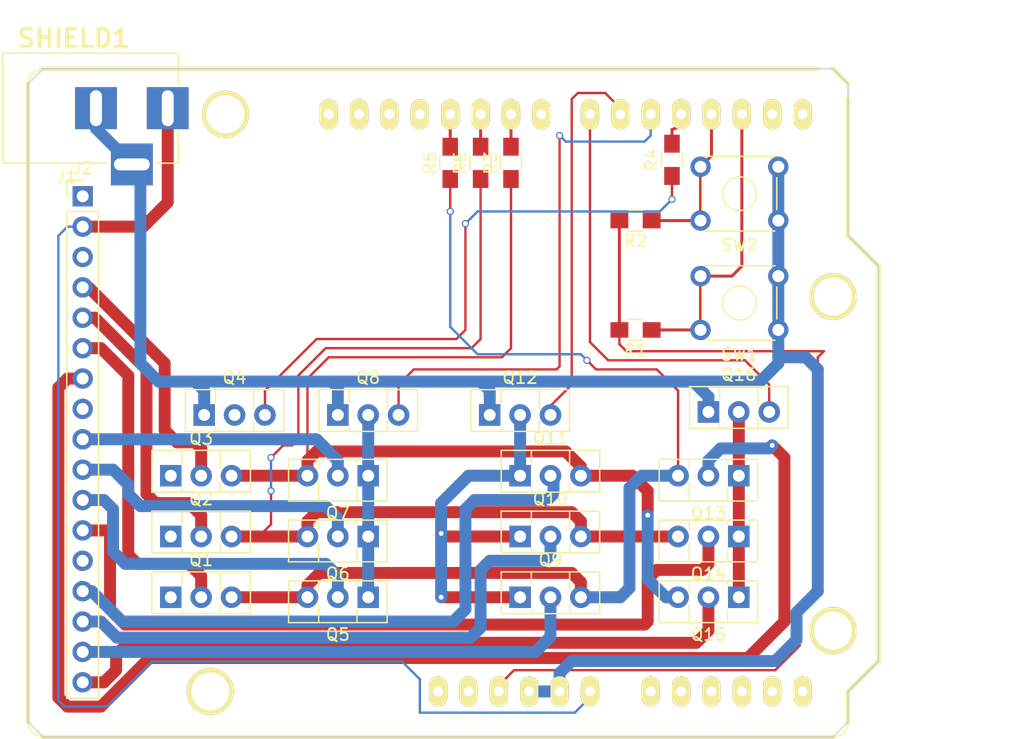
<source format=kicad_pcb>
(kicad_pcb (version 4) (host pcbnew 4.0.6)

  (general
    (links 65)
    (no_connects 3)
    (area 80.75343 59.276 171.172 120.786501)
    (thickness 1.6)
    (drawings 15)
    (tracks 282)
    (zones 0)
    (modules 27)
    (nets 52)
  )

  (page A4)
  (layers
    (0 F.Cu signal)
    (31 B.Cu signal)
    (32 B.Adhes user)
    (33 F.Adhes user)
    (34 B.Paste user)
    (35 F.Paste user)
    (36 B.SilkS user)
    (37 F.SilkS user)
    (38 B.Mask user)
    (39 F.Mask user)
    (40 Dwgs.User user)
    (41 Cmts.User user)
    (42 Eco1.User user)
    (43 Eco2.User user)
    (44 Edge.Cuts user)
    (45 Margin user)
    (46 B.CrtYd user)
    (47 F.CrtYd user)
    (48 B.Fab user)
    (49 F.Fab user)
  )

  (setup
    (last_trace_width 0.2)
    (trace_clearance 0.2)
    (zone_clearance 0.508)
    (zone_45_only no)
    (trace_min 0.2)
    (segment_width 0.2)
    (edge_width 0.15)
    (via_size 0.6)
    (via_drill 0.4)
    (via_min_size 0.4)
    (via_min_drill 0.3)
    (uvia_size 0.3)
    (uvia_drill 0.1)
    (uvias_allowed no)
    (uvia_min_size 0.2)
    (uvia_min_drill 0.1)
    (pcb_text_width 0.3)
    (pcb_text_size 1.5 1.5)
    (mod_edge_width 0.15)
    (mod_text_size 1 1)
    (mod_text_width 0.15)
    (pad_size 1.524 1.524)
    (pad_drill 0.762)
    (pad_to_mask_clearance 0.2)
    (aux_axis_origin 0 0)
    (visible_elements 7FFFFFFF)
    (pcbplotparams
      (layerselection 0x310f0_80000001)
      (usegerberextensions false)
      (excludeedgelayer true)
      (linewidth 0.100000)
      (plotframeref false)
      (viasonmask false)
      (mode 1)
      (useauxorigin false)
      (hpglpennumber 1)
      (hpglpenspeed 20)
      (hpglpendiameter 15)
      (hpglpenoverlay 2)
      (psnegative false)
      (psa4output false)
      (plotreference true)
      (plotvalue true)
      (plotinvisibletext false)
      (padsonsilk false)
      (subtractmaskfromsilk false)
      (outputformat 1)
      (mirror false)
      (drillshape 0)
      (scaleselection 1)
      (outputdirectory gerber/))
  )

  (net 0 "")
  (net 1 +12V)
  (net 2 GND)
  (net 3 "Net-(J2-Pad1)")
  (net 4 "Net-(J2-Pad3)")
  (net 5 "Net-(J2-Pad4)")
  (net 6 "Net-(J2-Pad5)")
  (net 7 "Net-(J2-Pad6)")
  (net 8 "Net-(J2-Pad7)")
  (net 9 "Net-(J2-Pad8)")
  (net 10 "Net-(J2-Pad9)")
  (net 11 "Net-(J2-Pad10)")
  (net 12 "Net-(J2-Pad11)")
  (net 13 "Net-(J2-Pad12)")
  (net 14 "Net-(J2-Pad13)")
  (net 15 "Net-(J2-Pad14)")
  (net 16 "Net-(J2-Pad15)")
  (net 17 "Net-(J2-Pad16)")
  (net 18 "Net-(J2-Pad17)")
  (net 19 "Net-(Q1-Pad1)")
  (net 20 "Net-(Q1-Pad3)")
  (net 21 "Net-(Q10-Pad3)")
  (net 22 "Net-(Q11-Pad3)")
  (net 23 "Net-(Q4-Pad3)")
  (net 24 "Net-(Q5-Pad1)")
  (net 25 "Net-(Q8-Pad3)")
  (net 26 "Net-(Q10-Pad1)")
  (net 27 "Net-(Q12-Pad3)")
  (net 28 "Net-(Q13-Pad1)")
  (net 29 "Net-(Q16-Pad3)")
  (net 30 "Net-(R1-Pad1)")
  (net 31 +5V)
  (net 32 "Net-(R2-Pad1)")
  (net 33 "Net-(R3-Pad2)")
  (net 34 "Net-(R4-Pad2)")
  (net 35 "Net-(R5-Pad2)")
  (net 36 "Net-(R6-Pad2)")
  (net 37 "Net-(SHIELD1-PadAD5)")
  (net 38 "Net-(SHIELD1-PadAD4)")
  (net 39 "Net-(SHIELD1-PadAD3)")
  (net 40 "Net-(SHIELD1-PadAD0)")
  (net 41 "Net-(SHIELD1-PadAD1)")
  (net 42 "Net-(SHIELD1-PadAD2)")
  (net 43 "Net-(SHIELD1-Pad3V3)")
  (net 44 "Net-(SHIELD1-PadRST)")
  (net 45 "Net-(SHIELD1-Pad0)")
  (net 46 "Net-(SHIELD1-Pad1)")
  (net 47 "Net-(SHIELD1-Pad8)")
  (net 48 "Net-(SHIELD1-Pad12)")
  (net 49 "Net-(SHIELD1-Pad13)")
  (net 50 "Net-(SHIELD1-PadGND3)")
  (net 51 "Net-(SHIELD1-PadAREF)")

  (net_class Default "Dies ist die voreingestellte Netzklasse."
    (clearance 0.2)
    (trace_width 0.2)
    (via_dia 0.6)
    (via_drill 0.4)
    (uvia_dia 0.3)
    (uvia_drill 0.1)
    (add_net +5V)
    (add_net "Net-(J2-Pad1)")
    (add_net "Net-(J2-Pad10)")
    (add_net "Net-(J2-Pad11)")
    (add_net "Net-(J2-Pad12)")
    (add_net "Net-(J2-Pad13)")
    (add_net "Net-(J2-Pad14)")
    (add_net "Net-(J2-Pad15)")
    (add_net "Net-(J2-Pad16)")
    (add_net "Net-(J2-Pad17)")
    (add_net "Net-(J2-Pad3)")
    (add_net "Net-(J2-Pad4)")
    (add_net "Net-(J2-Pad5)")
    (add_net "Net-(J2-Pad6)")
    (add_net "Net-(J2-Pad7)")
    (add_net "Net-(J2-Pad8)")
    (add_net "Net-(J2-Pad9)")
    (add_net "Net-(Q1-Pad3)")
    (add_net "Net-(Q10-Pad3)")
    (add_net "Net-(Q11-Pad3)")
    (add_net "Net-(Q12-Pad3)")
    (add_net "Net-(Q16-Pad3)")
    (add_net "Net-(Q4-Pad3)")
    (add_net "Net-(Q8-Pad3)")
    (add_net "Net-(R1-Pad1)")
    (add_net "Net-(R2-Pad1)")
    (add_net "Net-(R3-Pad2)")
    (add_net "Net-(R4-Pad2)")
    (add_net "Net-(R5-Pad2)")
    (add_net "Net-(R6-Pad2)")
    (add_net "Net-(SHIELD1-Pad0)")
    (add_net "Net-(SHIELD1-Pad1)")
    (add_net "Net-(SHIELD1-Pad12)")
    (add_net "Net-(SHIELD1-Pad13)")
    (add_net "Net-(SHIELD1-Pad3V3)")
    (add_net "Net-(SHIELD1-Pad8)")
    (add_net "Net-(SHIELD1-PadAD0)")
    (add_net "Net-(SHIELD1-PadAD1)")
    (add_net "Net-(SHIELD1-PadAD2)")
    (add_net "Net-(SHIELD1-PadAD3)")
    (add_net "Net-(SHIELD1-PadAD4)")
    (add_net "Net-(SHIELD1-PadAD5)")
    (add_net "Net-(SHIELD1-PadAREF)")
    (add_net "Net-(SHIELD1-PadGND3)")
    (add_net "Net-(SHIELD1-PadRST)")
  )

  (net_class Power ""
    (clearance 0.2)
    (trace_width 1)
    (via_dia 0.6)
    (via_drill 0.4)
    (uvia_dia 0.3)
    (uvia_drill 0.1)
    (add_net GND)
    (add_net "Net-(Q1-Pad1)")
    (add_net "Net-(Q10-Pad1)")
    (add_net "Net-(Q13-Pad1)")
    (add_net "Net-(Q5-Pad1)")
  )

  (net_class small ""
    (clearance 0.2)
    (trace_width 0.2)
    (via_dia 0.6)
    (via_drill 0.4)
    (uvia_dia 0.3)
    (uvia_drill 0.1)
    (add_net +12V)
  )

  (module "arduino_shields:ARDUINO SHIELD" (layer F.Cu) (tedit 5A5B95E0) (tstamp 5A5B81A5)
    (at 85.344 119.126)
    (path /5A5B747F)
    (fp_text reference SHIELD1 (at 2.54 -57.15) (layer F.SilkS)
      (effects (font (thickness 0.3048)))
    )
    (fp_text value ARDUINO_SHIELD (at 5.08 -54.61) (layer F.SilkS) hide
      (effects (font (thickness 0.3048)))
    )
    (fp_arc (start 66.04 0) (end 67.31 0) (angle 90) (layer F.SilkS) (width 0.15))
    (fp_line (start 67.31 -53.34) (end 67.31 -52.07) (layer F.SilkS) (width 0.15))
    (fp_line (start 64.77 -54.61) (end 66.04 -54.61) (layer F.SilkS) (width 0.15))
    (fp_arc (start 0 -53.34) (end -1.27 -53.34) (angle 90) (layer F.SilkS) (width 0.15))
    (fp_arc (start 0 0) (end 0 1.27) (angle 90) (layer F.SilkS) (width 0.15))
    (fp_line (start 67.31 -40.64) (end 67.31 -52.07) (layer F.SilkS) (width 0.381))
    (fp_line (start 67.31 -53.34) (end 66.04 -54.61) (layer F.SilkS) (width 0.381))
    (fp_line (start 64.77 -54.61) (end 0 -54.61) (layer F.SilkS) (width 0.381))
    (fp_line (start 66.04 1.27) (end 0 1.27) (layer F.SilkS) (width 0.381))
    (fp_line (start -1.27 0) (end -1.27 -53.34) (layer F.SilkS) (width 0.381))
    (fp_line (start 67.31 -40.64) (end 69.85 -38.1) (layer F.SilkS) (width 0.381))
    (fp_line (start 69.85 -38.1) (end 69.85 -5.08) (layer F.SilkS) (width 0.381))
    (fp_line (start 69.85 -5.08) (end 67.31 -2.54) (layer F.SilkS) (width 0.381))
    (fp_line (start 67.31 -2.54) (end 67.31 0) (layer F.SilkS) (width 0.381))
    (pad AD5 thru_hole oval (at 63.5 -2.54 90) (size 2.54 1.524) (drill 0.8128) (layers *.Cu *.Mask F.SilkS)
      (net 37 "Net-(SHIELD1-PadAD5)"))
    (pad AD4 thru_hole oval (at 60.96 -2.54 90) (size 2.54 1.524) (drill 0.8128) (layers *.Cu *.Mask F.SilkS)
      (net 38 "Net-(SHIELD1-PadAD4)"))
    (pad AD3 thru_hole oval (at 58.42 -2.54 90) (size 2.54 1.524) (drill 0.8128) (layers *.Cu *.Mask F.SilkS)
      (net 39 "Net-(SHIELD1-PadAD3)"))
    (pad AD0 thru_hole oval (at 50.8 -2.54 90) (size 2.54 1.524) (drill 0.8128) (layers *.Cu *.Mask F.SilkS)
      (net 40 "Net-(SHIELD1-PadAD0)"))
    (pad AD1 thru_hole oval (at 53.34 -2.54 90) (size 2.54 1.524) (drill 0.8128) (layers *.Cu *.Mask F.SilkS)
      (net 41 "Net-(SHIELD1-PadAD1)"))
    (pad AD2 thru_hole oval (at 55.88 -2.54 90) (size 2.54 1.524) (drill 0.8128) (layers *.Cu *.Mask F.SilkS)
      (net 42 "Net-(SHIELD1-PadAD2)"))
    (pad V_IN thru_hole oval (at 45.72 -2.54 90) (size 2.54 1.524) (drill 0.8128) (layers *.Cu *.Mask F.SilkS)
      (net 1 +12V))
    (pad GND2 thru_hole oval (at 43.18 -2.54 90) (size 2.54 1.524) (drill 0.8128) (layers *.Cu *.Mask F.SilkS)
      (net 2 GND))
    (pad GND1 thru_hole oval (at 40.64 -2.54 90) (size 2.54 1.524) (drill 0.8128) (layers *.Cu *.Mask F.SilkS)
      (net 2 GND))
    (pad 3V3 thru_hole oval (at 35.56 -2.54 90) (size 2.54 1.524) (drill 0.8128) (layers *.Cu *.Mask F.SilkS)
      (net 43 "Net-(SHIELD1-Pad3V3)"))
    (pad RST thru_hole oval (at 33.02 -2.54 90) (size 2.54 1.524) (drill 0.8128) (layers *.Cu *.Mask F.SilkS)
      (net 44 "Net-(SHIELD1-PadRST)"))
    (pad 0 thru_hole oval (at 63.5 -50.8 90) (size 2.54 1.524) (drill 0.8128) (layers *.Cu *.Mask F.SilkS)
      (net 45 "Net-(SHIELD1-Pad0)"))
    (pad 1 thru_hole oval (at 60.96 -50.8 90) (size 2.54 1.524) (drill 0.8128) (layers *.Cu *.Mask F.SilkS)
      (net 46 "Net-(SHIELD1-Pad1)"))
    (pad 2 thru_hole oval (at 58.42 -50.8 90) (size 2.54 1.524) (drill 0.8128) (layers *.Cu *.Mask F.SilkS)
      (net 30 "Net-(R1-Pad1)"))
    (pad 3 thru_hole oval (at 55.88 -50.8 90) (size 2.54 1.524) (drill 0.8128) (layers *.Cu *.Mask F.SilkS)
      (net 32 "Net-(R2-Pad1)"))
    (pad 4 thru_hole oval (at 53.34 -50.8 90) (size 2.54 1.524) (drill 0.8128) (layers *.Cu *.Mask F.SilkS)
      (net 34 "Net-(R4-Pad2)"))
    (pad 5 thru_hole oval (at 50.8 -50.8 90) (size 2.54 1.524) (drill 0.8128) (layers *.Cu *.Mask F.SilkS)
      (net 25 "Net-(Q8-Pad3)"))
    (pad 6 thru_hole oval (at 48.26 -50.8 90) (size 2.54 1.524) (drill 0.8128) (layers *.Cu *.Mask F.SilkS)
      (net 27 "Net-(Q12-Pad3)"))
    (pad 7 thru_hole oval (at 45.72 -50.8 90) (size 2.54 1.524) (drill 0.8128) (layers *.Cu *.Mask F.SilkS)
      (net 29 "Net-(Q16-Pad3)"))
    (pad 8 thru_hole oval (at 41.656 -50.8 90) (size 2.54 1.524) (drill 0.8128) (layers *.Cu *.Mask F.SilkS)
      (net 47 "Net-(SHIELD1-Pad8)"))
    (pad 9 thru_hole oval (at 39.116 -50.8 90) (size 2.54 1.524) (drill 0.8128) (layers *.Cu *.Mask F.SilkS)
      (net 33 "Net-(R3-Pad2)"))
    (pad 10 thru_hole oval (at 36.576 -50.8 90) (size 2.54 1.524) (drill 0.8128) (layers *.Cu *.Mask F.SilkS)
      (net 35 "Net-(R5-Pad2)"))
    (pad 11 thru_hole oval (at 34.036 -50.8 90) (size 2.54 1.524) (drill 0.8128) (layers *.Cu *.Mask F.SilkS)
      (net 36 "Net-(R6-Pad2)"))
    (pad 12 thru_hole oval (at 31.496 -50.8 90) (size 2.54 1.524) (drill 0.8128) (layers *.Cu *.Mask F.SilkS)
      (net 48 "Net-(SHIELD1-Pad12)"))
    (pad 13 thru_hole oval (at 28.956 -50.8 90) (size 2.54 1.524) (drill 0.8128) (layers *.Cu *.Mask F.SilkS)
      (net 49 "Net-(SHIELD1-Pad13)"))
    (pad GND3 thru_hole oval (at 26.416 -50.8 90) (size 2.54 1.524) (drill 0.8128) (layers *.Cu *.Mask F.SilkS)
      (net 50 "Net-(SHIELD1-PadGND3)"))
    (pad AREF thru_hole oval (at 23.876 -50.8 90) (size 2.54 1.524) (drill 0.8128) (layers *.Cu *.Mask F.SilkS)
      (net 51 "Net-(SHIELD1-PadAREF)"))
    (pad 5V thru_hole oval (at 38.1 -2.54 90) (size 2.54 1.524) (drill 0.8128) (layers *.Cu *.Mask F.SilkS)
      (net 31 +5V))
    (pad "" thru_hole circle (at 66.04 -7.62 90) (size 3.937 3.937) (drill 3.175) (layers *.Cu *.Mask F.SilkS))
    (pad "" thru_hole circle (at 66.04 -35.56 90) (size 3.937 3.937) (drill 3.175) (layers *.Cu *.Mask F.SilkS))
    (pad "" thru_hole circle (at 15.24 -50.8 90) (size 3.937 3.937) (drill 3.175) (layers *.Cu *.Mask F.SilkS))
    (pad "" thru_hole circle (at 13.97 -2.54 90) (size 3.937 3.937) (drill 3.175) (layers *.Cu *.Mask F.SilkS))
  )

  (module Connectors:BARREL_JACK (layer F.Cu) (tedit 5861378E) (tstamp 5A5B80C8)
    (at 95.758 67.818)
    (descr "DC Barrel Jack")
    (tags "Power Jack")
    (path /5A5B8692)
    (fp_text reference J1 (at -8.45 5.75 180) (layer F.SilkS)
      (effects (font (size 1 1) (thickness 0.15)))
    )
    (fp_text value BARREL_JACK (at -6.2 -5.5) (layer F.Fab)
      (effects (font (size 1 1) (thickness 0.15)))
    )
    (fp_line (start 1 -4.5) (end 1 -4.75) (layer F.CrtYd) (width 0.05))
    (fp_line (start 1 -4.75) (end -14 -4.75) (layer F.CrtYd) (width 0.05))
    (fp_line (start 1 -4.5) (end 1 -2) (layer F.CrtYd) (width 0.05))
    (fp_line (start 1 -2) (end 2 -2) (layer F.CrtYd) (width 0.05))
    (fp_line (start 2 -2) (end 2 2) (layer F.CrtYd) (width 0.05))
    (fp_line (start 2 2) (end 1 2) (layer F.CrtYd) (width 0.05))
    (fp_line (start 1 2) (end 1 4.75) (layer F.CrtYd) (width 0.05))
    (fp_line (start 1 4.75) (end -1 4.75) (layer F.CrtYd) (width 0.05))
    (fp_line (start -1 4.75) (end -1 6.75) (layer F.CrtYd) (width 0.05))
    (fp_line (start -1 6.75) (end -5 6.75) (layer F.CrtYd) (width 0.05))
    (fp_line (start -5 6.75) (end -5 4.75) (layer F.CrtYd) (width 0.05))
    (fp_line (start -5 4.75) (end -14 4.75) (layer F.CrtYd) (width 0.05))
    (fp_line (start -14 4.75) (end -14 -4.75) (layer F.CrtYd) (width 0.05))
    (fp_line (start -5 4.6) (end -13.8 4.6) (layer F.SilkS) (width 0.12))
    (fp_line (start -13.8 4.6) (end -13.8 -4.6) (layer F.SilkS) (width 0.12))
    (fp_line (start 0.9 1.9) (end 0.9 4.6) (layer F.SilkS) (width 0.12))
    (fp_line (start 0.9 4.6) (end -1 4.6) (layer F.SilkS) (width 0.12))
    (fp_line (start -13.8 -4.6) (end 0.9 -4.6) (layer F.SilkS) (width 0.12))
    (fp_line (start 0.9 -4.6) (end 0.9 -2) (layer F.SilkS) (width 0.12))
    (fp_line (start -10.2 -4.5) (end -10.2 4.5) (layer F.Fab) (width 0.1))
    (fp_line (start -13.7 -4.5) (end -13.7 4.5) (layer F.Fab) (width 0.1))
    (fp_line (start -13.7 4.5) (end 0.8 4.5) (layer F.Fab) (width 0.1))
    (fp_line (start 0.8 4.5) (end 0.8 -4.5) (layer F.Fab) (width 0.1))
    (fp_line (start 0.8 -4.5) (end -13.7 -4.5) (layer F.Fab) (width 0.1))
    (pad 1 thru_hole rect (at 0 0) (size 3.5 3.5) (drill oval 1 3) (layers *.Cu *.Mask)
      (net 1 +12V))
    (pad 2 thru_hole rect (at -6 0) (size 3.5 3.5) (drill oval 1 3) (layers *.Cu *.Mask)
      (net 2 GND))
    (pad 3 thru_hole rect (at -3 4.7) (size 3.5 3.5) (drill oval 3 1) (layers *.Cu *.Mask)
      (net 2 GND))
  )

  (module Pin_Headers:Pin_Header_Straight_1x17_Pitch2.54mm (layer F.Cu) (tedit 59650532) (tstamp 5A5B80DD)
    (at 88.646 75.184)
    (descr "Through hole straight pin header, 1x17, 2.54mm pitch, single row")
    (tags "Through hole pin header THT 1x17 2.54mm single row")
    (path /5A5B7791)
    (fp_text reference J2 (at 0 -2.33) (layer F.SilkS)
      (effects (font (size 1 1) (thickness 0.15)))
    )
    (fp_text value CONN_01X17 (at 0 42.97) (layer F.Fab)
      (effects (font (size 1 1) (thickness 0.15)))
    )
    (fp_line (start -0.635 -1.27) (end 1.27 -1.27) (layer F.Fab) (width 0.1))
    (fp_line (start 1.27 -1.27) (end 1.27 41.91) (layer F.Fab) (width 0.1))
    (fp_line (start 1.27 41.91) (end -1.27 41.91) (layer F.Fab) (width 0.1))
    (fp_line (start -1.27 41.91) (end -1.27 -0.635) (layer F.Fab) (width 0.1))
    (fp_line (start -1.27 -0.635) (end -0.635 -1.27) (layer F.Fab) (width 0.1))
    (fp_line (start -1.33 41.97) (end 1.33 41.97) (layer F.SilkS) (width 0.12))
    (fp_line (start -1.33 1.27) (end -1.33 41.97) (layer F.SilkS) (width 0.12))
    (fp_line (start 1.33 1.27) (end 1.33 41.97) (layer F.SilkS) (width 0.12))
    (fp_line (start -1.33 1.27) (end 1.33 1.27) (layer F.SilkS) (width 0.12))
    (fp_line (start -1.33 0) (end -1.33 -1.33) (layer F.SilkS) (width 0.12))
    (fp_line (start -1.33 -1.33) (end 0 -1.33) (layer F.SilkS) (width 0.12))
    (fp_line (start -1.8 -1.8) (end -1.8 42.45) (layer F.CrtYd) (width 0.05))
    (fp_line (start -1.8 42.45) (end 1.8 42.45) (layer F.CrtYd) (width 0.05))
    (fp_line (start 1.8 42.45) (end 1.8 -1.8) (layer F.CrtYd) (width 0.05))
    (fp_line (start 1.8 -1.8) (end -1.8 -1.8) (layer F.CrtYd) (width 0.05))
    (fp_text user %R (at 0 20.32 90) (layer F.Fab)
      (effects (font (size 1 1) (thickness 0.15)))
    )
    (pad 1 thru_hole rect (at 0 0) (size 1.7 1.7) (drill 1) (layers *.Cu *.Mask)
      (net 3 "Net-(J2-Pad1)"))
    (pad 2 thru_hole oval (at 0 2.54) (size 1.7 1.7) (drill 1) (layers *.Cu *.Mask)
      (net 1 +12V))
    (pad 3 thru_hole oval (at 0 5.08) (size 1.7 1.7) (drill 1) (layers *.Cu *.Mask)
      (net 4 "Net-(J2-Pad3)"))
    (pad 4 thru_hole oval (at 0 7.62) (size 1.7 1.7) (drill 1) (layers *.Cu *.Mask)
      (net 5 "Net-(J2-Pad4)"))
    (pad 5 thru_hole oval (at 0 10.16) (size 1.7 1.7) (drill 1) (layers *.Cu *.Mask)
      (net 6 "Net-(J2-Pad5)"))
    (pad 6 thru_hole oval (at 0 12.7) (size 1.7 1.7) (drill 1) (layers *.Cu *.Mask)
      (net 7 "Net-(J2-Pad6)"))
    (pad 7 thru_hole oval (at 0 15.24) (size 1.7 1.7) (drill 1) (layers *.Cu *.Mask)
      (net 8 "Net-(J2-Pad7)"))
    (pad 8 thru_hole oval (at 0 17.78) (size 1.7 1.7) (drill 1) (layers *.Cu *.Mask)
      (net 9 "Net-(J2-Pad8)"))
    (pad 9 thru_hole oval (at 0 20.32) (size 1.7 1.7) (drill 1) (layers *.Cu *.Mask)
      (net 10 "Net-(J2-Pad9)"))
    (pad 10 thru_hole oval (at 0 22.86) (size 1.7 1.7) (drill 1) (layers *.Cu *.Mask)
      (net 11 "Net-(J2-Pad10)"))
    (pad 11 thru_hole oval (at 0 25.4) (size 1.7 1.7) (drill 1) (layers *.Cu *.Mask)
      (net 12 "Net-(J2-Pad11)"))
    (pad 12 thru_hole oval (at 0 27.94) (size 1.7 1.7) (drill 1) (layers *.Cu *.Mask)
      (net 13 "Net-(J2-Pad12)"))
    (pad 13 thru_hole oval (at 0 30.48) (size 1.7 1.7) (drill 1) (layers *.Cu *.Mask)
      (net 14 "Net-(J2-Pad13)"))
    (pad 14 thru_hole oval (at 0 33.02) (size 1.7 1.7) (drill 1) (layers *.Cu *.Mask)
      (net 15 "Net-(J2-Pad14)"))
    (pad 15 thru_hole oval (at 0 35.56) (size 1.7 1.7) (drill 1) (layers *.Cu *.Mask)
      (net 16 "Net-(J2-Pad15)"))
    (pad 16 thru_hole oval (at 0 38.1) (size 1.7 1.7) (drill 1) (layers *.Cu *.Mask)
      (net 17 "Net-(J2-Pad16)"))
    (pad 17 thru_hole oval (at 0 40.64) (size 1.7 1.7) (drill 1) (layers *.Cu *.Mask)
      (net 18 "Net-(J2-Pad17)"))
    (model ${KISYS3DMOD}/Pin_Headers.3dshapes/Pin_Header_Straight_1x17_Pitch2.54mm.wrl
      (at (xyz 0 0 0))
      (scale (xyz 1 1 1))
      (rotate (xyz 0 0 0))
    )
  )

  (module Resistors_SMD:R_0805_HandSoldering (layer F.Cu) (tedit 58E0A804) (tstamp 5A5B8163)
    (at 134.874 86.36 180)
    (descr "Resistor SMD 0805, hand soldering")
    (tags "resistor 0805")
    (path /5A5B82F7)
    (attr smd)
    (fp_text reference R1 (at 0 -1.7 180) (layer F.SilkS)
      (effects (font (size 1 1) (thickness 0.15)))
    )
    (fp_text value 10k (at 0 1.75 180) (layer F.Fab)
      (effects (font (size 1 1) (thickness 0.15)))
    )
    (fp_text user %R (at 0 0 180) (layer F.Fab)
      (effects (font (size 0.5 0.5) (thickness 0.075)))
    )
    (fp_line (start -1 0.62) (end -1 -0.62) (layer F.Fab) (width 0.1))
    (fp_line (start 1 0.62) (end -1 0.62) (layer F.Fab) (width 0.1))
    (fp_line (start 1 -0.62) (end 1 0.62) (layer F.Fab) (width 0.1))
    (fp_line (start -1 -0.62) (end 1 -0.62) (layer F.Fab) (width 0.1))
    (fp_line (start 0.6 0.88) (end -0.6 0.88) (layer F.SilkS) (width 0.12))
    (fp_line (start -0.6 -0.88) (end 0.6 -0.88) (layer F.SilkS) (width 0.12))
    (fp_line (start -2.35 -0.9) (end 2.35 -0.9) (layer F.CrtYd) (width 0.05))
    (fp_line (start -2.35 -0.9) (end -2.35 0.9) (layer F.CrtYd) (width 0.05))
    (fp_line (start 2.35 0.9) (end 2.35 -0.9) (layer F.CrtYd) (width 0.05))
    (fp_line (start 2.35 0.9) (end -2.35 0.9) (layer F.CrtYd) (width 0.05))
    (pad 1 smd rect (at -1.35 0 180) (size 1.5 1.3) (layers F.Cu F.Paste F.Mask)
      (net 30 "Net-(R1-Pad1)"))
    (pad 2 smd rect (at 1.35 0 180) (size 1.5 1.3) (layers F.Cu F.Paste F.Mask)
      (net 31 +5V))
    (model ${KISYS3DMOD}/Resistors_SMD.3dshapes/R_0805.wrl
      (at (xyz 0 0 0))
      (scale (xyz 1 1 1))
      (rotate (xyz 0 0 0))
    )
  )

  (module Resistors_SMD:R_0805_HandSoldering (layer F.Cu) (tedit 58E0A804) (tstamp 5A5B8169)
    (at 134.874 77.216 180)
    (descr "Resistor SMD 0805, hand soldering")
    (tags "resistor 0805")
    (path /5A5B82A8)
    (attr smd)
    (fp_text reference R2 (at 0 -1.7 180) (layer F.SilkS)
      (effects (font (size 1 1) (thickness 0.15)))
    )
    (fp_text value 10k (at 0 1.75 180) (layer F.Fab)
      (effects (font (size 1 1) (thickness 0.15)))
    )
    (fp_text user %R (at 0 0 180) (layer F.Fab)
      (effects (font (size 0.5 0.5) (thickness 0.075)))
    )
    (fp_line (start -1 0.62) (end -1 -0.62) (layer F.Fab) (width 0.1))
    (fp_line (start 1 0.62) (end -1 0.62) (layer F.Fab) (width 0.1))
    (fp_line (start 1 -0.62) (end 1 0.62) (layer F.Fab) (width 0.1))
    (fp_line (start -1 -0.62) (end 1 -0.62) (layer F.Fab) (width 0.1))
    (fp_line (start 0.6 0.88) (end -0.6 0.88) (layer F.SilkS) (width 0.12))
    (fp_line (start -0.6 -0.88) (end 0.6 -0.88) (layer F.SilkS) (width 0.12))
    (fp_line (start -2.35 -0.9) (end 2.35 -0.9) (layer F.CrtYd) (width 0.05))
    (fp_line (start -2.35 -0.9) (end -2.35 0.9) (layer F.CrtYd) (width 0.05))
    (fp_line (start 2.35 0.9) (end 2.35 -0.9) (layer F.CrtYd) (width 0.05))
    (fp_line (start 2.35 0.9) (end -2.35 0.9) (layer F.CrtYd) (width 0.05))
    (pad 1 smd rect (at -1.35 0 180) (size 1.5 1.3) (layers F.Cu F.Paste F.Mask)
      (net 32 "Net-(R2-Pad1)"))
    (pad 2 smd rect (at 1.35 0 180) (size 1.5 1.3) (layers F.Cu F.Paste F.Mask)
      (net 31 +5V))
    (model ${KISYS3DMOD}/Resistors_SMD.3dshapes/R_0805.wrl
      (at (xyz 0 0 0))
      (scale (xyz 1 1 1))
      (rotate (xyz 0 0 0))
    )
  )

  (module Resistors_SMD:R_0805_HandSoldering (layer F.Cu) (tedit 5A5C5293) (tstamp 5A5B816F)
    (at 124.46 72.39 90)
    (descr "Resistor SMD 0805, hand soldering")
    (tags "resistor 0805")
    (path /5A5B821C)
    (attr smd)
    (fp_text reference R3 (at 0 -1.7 90) (layer F.SilkS)
      (effects (font (size 1 1) (thickness 0.15)))
    )
    (fp_text value 10k (at 0 -1.27 90) (layer F.Fab)
      (effects (font (size 1 1) (thickness 0.15)))
    )
    (fp_text user %R (at 0 0 90) (layer F.Fab)
      (effects (font (size 0.5 0.5) (thickness 0.075)))
    )
    (fp_line (start -1 0.62) (end -1 -0.62) (layer F.Fab) (width 0.1))
    (fp_line (start 1 0.62) (end -1 0.62) (layer F.Fab) (width 0.1))
    (fp_line (start 1 -0.62) (end 1 0.62) (layer F.Fab) (width 0.1))
    (fp_line (start -1 -0.62) (end 1 -0.62) (layer F.Fab) (width 0.1))
    (fp_line (start 0.6 0.88) (end -0.6 0.88) (layer F.SilkS) (width 0.12))
    (fp_line (start -0.6 -0.88) (end 0.6 -0.88) (layer F.SilkS) (width 0.12))
    (fp_line (start -2.35 -0.9) (end 2.35 -0.9) (layer F.CrtYd) (width 0.05))
    (fp_line (start -2.35 -0.9) (end -2.35 0.9) (layer F.CrtYd) (width 0.05))
    (fp_line (start 2.35 0.9) (end 2.35 -0.9) (layer F.CrtYd) (width 0.05))
    (fp_line (start 2.35 0.9) (end -2.35 0.9) (layer F.CrtYd) (width 0.05))
    (pad 1 smd rect (at -1.35 0 90) (size 1.5 1.3) (layers F.Cu F.Paste F.Mask)
      (net 22 "Net-(Q11-Pad3)"))
    (pad 2 smd rect (at 1.35 0 90) (size 1.5 1.3) (layers F.Cu F.Paste F.Mask)
      (net 33 "Net-(R3-Pad2)"))
    (model ${KISYS3DMOD}/Resistors_SMD.3dshapes/R_0805.wrl
      (at (xyz 0 0 0))
      (scale (xyz 1 1 1))
      (rotate (xyz 0 0 0))
    )
  )

  (module Resistors_SMD:R_0805_HandSoldering (layer F.Cu) (tedit 5A5C529E) (tstamp 5A5B8175)
    (at 137.922 72.136 90)
    (descr "Resistor SMD 0805, hand soldering")
    (tags "resistor 0805")
    (path /5A5B8261)
    (attr smd)
    (fp_text reference R4 (at 0 -1.7 90) (layer F.SilkS)
      (effects (font (size 1 1) (thickness 0.15)))
    )
    (fp_text value 10k (at 0 -1.524 90) (layer F.Fab)
      (effects (font (size 1 1) (thickness 0.15)))
    )
    (fp_text user %R (at 0 0 90) (layer F.Fab)
      (effects (font (size 0.5 0.5) (thickness 0.075)))
    )
    (fp_line (start -1 0.62) (end -1 -0.62) (layer F.Fab) (width 0.1))
    (fp_line (start 1 0.62) (end -1 0.62) (layer F.Fab) (width 0.1))
    (fp_line (start 1 -0.62) (end 1 0.62) (layer F.Fab) (width 0.1))
    (fp_line (start -1 -0.62) (end 1 -0.62) (layer F.Fab) (width 0.1))
    (fp_line (start 0.6 0.88) (end -0.6 0.88) (layer F.SilkS) (width 0.12))
    (fp_line (start -0.6 -0.88) (end 0.6 -0.88) (layer F.SilkS) (width 0.12))
    (fp_line (start -2.35 -0.9) (end 2.35 -0.9) (layer F.CrtYd) (width 0.05))
    (fp_line (start -2.35 -0.9) (end -2.35 0.9) (layer F.CrtYd) (width 0.05))
    (fp_line (start 2.35 0.9) (end 2.35 -0.9) (layer F.CrtYd) (width 0.05))
    (fp_line (start 2.35 0.9) (end -2.35 0.9) (layer F.CrtYd) (width 0.05))
    (pad 1 smd rect (at -1.35 0 90) (size 1.5 1.3) (layers F.Cu F.Paste F.Mask)
      (net 23 "Net-(Q4-Pad3)"))
    (pad 2 smd rect (at 1.35 0 90) (size 1.5 1.3) (layers F.Cu F.Paste F.Mask)
      (net 34 "Net-(R4-Pad2)"))
    (model ${KISYS3DMOD}/Resistors_SMD.3dshapes/R_0805.wrl
      (at (xyz 0 0 0))
      (scale (xyz 1 1 1))
      (rotate (xyz 0 0 0))
    )
  )

  (module Resistors_SMD:R_0805_HandSoldering (layer F.Cu) (tedit 5A5C528B) (tstamp 5A5B817B)
    (at 121.92 72.39 90)
    (descr "Resistor SMD 0805, hand soldering")
    (tags "resistor 0805")
    (path /5A5B81D5)
    (attr smd)
    (fp_text reference R5 (at 0 -1.7 90) (layer F.SilkS)
      (effects (font (size 1 1) (thickness 0.15)))
    )
    (fp_text value 10k (at 0 -1.27 90) (layer F.Fab)
      (effects (font (size 1 1) (thickness 0.15)))
    )
    (fp_text user %R (at 0 0 90) (layer F.Fab)
      (effects (font (size 0.5 0.5) (thickness 0.075)))
    )
    (fp_line (start -1 0.62) (end -1 -0.62) (layer F.Fab) (width 0.1))
    (fp_line (start 1 0.62) (end -1 0.62) (layer F.Fab) (width 0.1))
    (fp_line (start 1 -0.62) (end 1 0.62) (layer F.Fab) (width 0.1))
    (fp_line (start -1 -0.62) (end 1 -0.62) (layer F.Fab) (width 0.1))
    (fp_line (start 0.6 0.88) (end -0.6 0.88) (layer F.SilkS) (width 0.12))
    (fp_line (start -0.6 -0.88) (end 0.6 -0.88) (layer F.SilkS) (width 0.12))
    (fp_line (start -2.35 -0.9) (end 2.35 -0.9) (layer F.CrtYd) (width 0.05))
    (fp_line (start -2.35 -0.9) (end -2.35 0.9) (layer F.CrtYd) (width 0.05))
    (fp_line (start 2.35 0.9) (end 2.35 -0.9) (layer F.CrtYd) (width 0.05))
    (fp_line (start 2.35 0.9) (end -2.35 0.9) (layer F.CrtYd) (width 0.05))
    (pad 1 smd rect (at -1.35 0 90) (size 1.5 1.3) (layers F.Cu F.Paste F.Mask)
      (net 21 "Net-(Q10-Pad3)"))
    (pad 2 smd rect (at 1.35 0 90) (size 1.5 1.3) (layers F.Cu F.Paste F.Mask)
      (net 35 "Net-(R5-Pad2)"))
    (model ${KISYS3DMOD}/Resistors_SMD.3dshapes/R_0805.wrl
      (at (xyz 0 0 0))
      (scale (xyz 1 1 1))
      (rotate (xyz 0 0 0))
    )
  )

  (module Resistors_SMD:R_0805_HandSoldering (layer F.Cu) (tedit 5A5C5285) (tstamp 5A5B8181)
    (at 119.38 72.39 90)
    (descr "Resistor SMD 0805, hand soldering")
    (tags "resistor 0805")
    (path /5A5B816A)
    (attr smd)
    (fp_text reference R6 (at 0 -1.7 90) (layer F.SilkS)
      (effects (font (size 1 1) (thickness 0.15)))
    )
    (fp_text value 10k (at 0 -1.524 90) (layer F.Fab)
      (effects (font (size 1 1) (thickness 0.15)))
    )
    (fp_text user %R (at 0 0 90) (layer F.Fab)
      (effects (font (size 0.5 0.5) (thickness 0.075)))
    )
    (fp_line (start -1 0.62) (end -1 -0.62) (layer F.Fab) (width 0.1))
    (fp_line (start 1 0.62) (end -1 0.62) (layer F.Fab) (width 0.1))
    (fp_line (start 1 -0.62) (end 1 0.62) (layer F.Fab) (width 0.1))
    (fp_line (start -1 -0.62) (end 1 -0.62) (layer F.Fab) (width 0.1))
    (fp_line (start 0.6 0.88) (end -0.6 0.88) (layer F.SilkS) (width 0.12))
    (fp_line (start -0.6 -0.88) (end 0.6 -0.88) (layer F.SilkS) (width 0.12))
    (fp_line (start -2.35 -0.9) (end 2.35 -0.9) (layer F.CrtYd) (width 0.05))
    (fp_line (start -2.35 -0.9) (end -2.35 0.9) (layer F.CrtYd) (width 0.05))
    (fp_line (start 2.35 0.9) (end 2.35 -0.9) (layer F.CrtYd) (width 0.05))
    (fp_line (start 2.35 0.9) (end -2.35 0.9) (layer F.CrtYd) (width 0.05))
    (pad 1 smd rect (at -1.35 0 90) (size 1.5 1.3) (layers F.Cu F.Paste F.Mask)
      (net 20 "Net-(Q1-Pad3)"))
    (pad 2 smd rect (at 1.35 0 90) (size 1.5 1.3) (layers F.Cu F.Paste F.Mask)
      (net 36 "Net-(R6-Pad2)"))
    (model ${KISYS3DMOD}/Resistors_SMD.3dshapes/R_0805.wrl
      (at (xyz 0 0 0))
      (scale (xyz 1 1 1))
      (rotate (xyz 0 0 0))
    )
  )

  (module Buttons_Switches_THT:SW_TH_Tactile_Omron_B3F-10xx (layer F.Cu) (tedit 5A5B8CA0) (tstamp 5A5B81AD)
    (at 146.812 86.36 180)
    (descr SW_TH_Tactile_Omron_B3F-10xx_https://www.omron.com/ecb/products/pdf/en-b3f.pdf)
    (tags "Omron B3F-10xx")
    (path /5A5B773F)
    (fp_text reference SW1 (at 3.25 -2.05 180) (layer F.SilkS)
      (effects (font (size 1 1) (thickness 0.15)))
    )
    (fp_text value Optimist (at 3.2 6.5 180) (layer F.Fab)
      (effects (font (size 1 1) (thickness 0.15)))
    )
    (fp_line (start 0.25 -0.75) (end 0.25 5.25) (layer F.Fab) (width 0.1))
    (fp_line (start 6.25 -0.75) (end 6.25 5.25) (layer F.Fab) (width 0.1))
    (fp_line (start 0.25 -0.75) (end 6.25 -0.75) (layer F.Fab) (width 0.1))
    (fp_text user %R (at 3.25 2.25 180) (layer F.Fab)
      (effects (font (size 1 1) (thickness 0.15)))
    )
    (fp_line (start 7.65 -1.15) (end -1.1 -1.15) (layer F.CrtYd) (width 0.05))
    (fp_line (start 7.6 5.6) (end 7.6 -1.1) (layer F.CrtYd) (width 0.05))
    (fp_line (start -1.1 5.6) (end 7.6 5.6) (layer F.CrtYd) (width 0.05))
    (fp_line (start -1.1 -1.15) (end -1.1 5.6) (layer F.CrtYd) (width 0.05))
    (fp_circle (center 3.25 2.25) (end 4.25 3.25) (layer F.SilkS) (width 0.12))
    (fp_line (start 0.28 5.37) (end 6.22 5.37) (layer F.SilkS) (width 0.12))
    (fp_line (start 0.28 -0.87) (end 6.22 -0.87) (layer F.SilkS) (width 0.12))
    (fp_line (start 0.13 3.59) (end 0.13 0.91) (layer F.SilkS) (width 0.12))
    (fp_line (start 6.37 0.91) (end 6.37 3.59) (layer F.SilkS) (width 0.12))
    (fp_line (start 0.25 5.25) (end 6.25 5.25) (layer F.Fab) (width 0.1))
    (pad 4 thru_hole circle (at 6.5 4.5 180) (size 1.7 1.7) (drill 1) (layers *.Cu *.Mask)
      (net 30 "Net-(R1-Pad1)"))
    (pad 3 thru_hole circle (at 0 4.5 180) (size 1.7 1.7) (drill 1) (layers *.Cu *.Mask)
      (net 2 GND))
    (pad 2 thru_hole circle (at 6.5 0 180) (size 1.7 1.7) (drill 1) (layers *.Cu *.Mask)
      (net 30 "Net-(R1-Pad1)"))
    (pad 1 thru_hole circle (at 0 0 180) (size 1.7 1.7) (drill 1) (layers *.Cu *.Mask)
      (net 2 GND))
    (model ${KISYS3DMOD}/Buttons_Switches_THT.3dshapes/SW_TH_Tactile_Omron_B3F-10xx.wrl
      (at (xyz 0 0 0))
      (scale (xyz 1 1 1))
      (rotate (xyz 0 0 0))
    )
  )

  (module Buttons_Switches_THT:SW_TH_Tactile_Omron_B3F-10xx (layer F.Cu) (tedit 5A5B8C97) (tstamp 5A5B81B5)
    (at 146.812 77.216 180)
    (descr SW_TH_Tactile_Omron_B3F-10xx_https://www.omron.com/ecb/products/pdf/en-b3f.pdf)
    (tags "Omron B3F-10xx")
    (path /5A5B7776)
    (fp_text reference SW2 (at 3.25 -2.05 180) (layer F.SilkS)
      (effects (font (size 1 1) (thickness 0.15)))
    )
    (fp_text value Pessimist (at 3.2 6.5 180) (layer F.Fab)
      (effects (font (size 1 1) (thickness 0.15)))
    )
    (fp_line (start 0.25 -0.75) (end 0.25 5.25) (layer F.Fab) (width 0.1))
    (fp_line (start 6.25 -0.75) (end 6.25 5.25) (layer F.Fab) (width 0.1))
    (fp_line (start 0.25 -0.75) (end 6.25 -0.75) (layer F.Fab) (width 0.1))
    (fp_text user %R (at 3.25 2.25 180) (layer F.Fab)
      (effects (font (size 1 1) (thickness 0.15)))
    )
    (fp_line (start 7.65 -1.15) (end -1.1 -1.15) (layer F.CrtYd) (width 0.05))
    (fp_line (start 7.6 5.6) (end 7.6 -1.1) (layer F.CrtYd) (width 0.05))
    (fp_line (start -1.1 5.6) (end 7.6 5.6) (layer F.CrtYd) (width 0.05))
    (fp_line (start -1.1 -1.15) (end -1.1 5.6) (layer F.CrtYd) (width 0.05))
    (fp_circle (center 3.25 2.25) (end 4.25 3.25) (layer F.SilkS) (width 0.12))
    (fp_line (start 0.28 5.37) (end 6.22 5.37) (layer F.SilkS) (width 0.12))
    (fp_line (start 0.28 -0.87) (end 6.22 -0.87) (layer F.SilkS) (width 0.12))
    (fp_line (start 0.13 3.59) (end 0.13 0.91) (layer F.SilkS) (width 0.12))
    (fp_line (start 6.37 0.91) (end 6.37 3.59) (layer F.SilkS) (width 0.12))
    (fp_line (start 0.25 5.25) (end 6.25 5.25) (layer F.Fab) (width 0.1))
    (pad 4 thru_hole circle (at 6.5 4.5 180) (size 1.7 1.7) (drill 1) (layers *.Cu *.Mask)
      (net 32 "Net-(R2-Pad1)"))
    (pad 3 thru_hole circle (at 0 4.5 180) (size 1.7 1.7) (drill 1) (layers *.Cu *.Mask)
      (net 2 GND))
    (pad 2 thru_hole circle (at 6.5 0 180) (size 1.7 1.7) (drill 1) (layers *.Cu *.Mask)
      (net 32 "Net-(R2-Pad1)"))
    (pad 1 thru_hole circle (at 0 0 180) (size 1.7 1.7) (drill 1) (layers *.Cu *.Mask)
      (net 2 GND))
    (model ${KISYS3DMOD}/Buttons_Switches_THT.3dshapes/SW_TH_Tactile_Omron_B3F-10xx.wrl
      (at (xyz 0 0 0))
      (scale (xyz 1 1 1))
      (rotate (xyz 0 0 0))
    )
  )

  (module TO_SOT_Packages_THT:TO-126_Vertical (layer F.Cu) (tedit 58CE52AC) (tstamp 5A5B80E5)
    (at 96.012 108.712)
    (descr "TO-126, Vertical, RM 2.54mm")
    (tags "TO-126 Vertical RM 2.54mm")
    (path /5A5B77CB)
    (fp_text reference Q1 (at 2.54 -3.12) (layer F.SilkS)
      (effects (font (size 1 1) (thickness 0.15)))
    )
    (fp_text value BD681 (at 2.54 3.27) (layer F.Fab)
      (effects (font (size 1 1) (thickness 0.15)))
    )
    (fp_text user %R (at 2.54 -3.12) (layer F.Fab)
      (effects (font (size 1 1) (thickness 0.15)))
    )
    (fp_line (start -1.46 -2) (end -1.46 1.25) (layer F.Fab) (width 0.1))
    (fp_line (start -1.46 1.25) (end 6.54 1.25) (layer F.Fab) (width 0.1))
    (fp_line (start 6.54 1.25) (end 6.54 -2) (layer F.Fab) (width 0.1))
    (fp_line (start 6.54 -2) (end -1.46 -2) (layer F.Fab) (width 0.1))
    (fp_line (start 0.94 -2) (end 0.94 1.25) (layer F.Fab) (width 0.1))
    (fp_line (start 4.14 -2) (end 4.14 1.25) (layer F.Fab) (width 0.1))
    (fp_line (start -1.58 -2.12) (end 6.66 -2.12) (layer F.SilkS) (width 0.12))
    (fp_line (start -1.58 1.37) (end 6.66 1.37) (layer F.SilkS) (width 0.12))
    (fp_line (start -1.58 -2.12) (end -1.58 1.37) (layer F.SilkS) (width 0.12))
    (fp_line (start 6.66 -2.12) (end 6.66 1.37) (layer F.SilkS) (width 0.12))
    (fp_line (start 0.94 -2.12) (end 0.94 -1.05) (layer F.SilkS) (width 0.12))
    (fp_line (start 0.94 1.05) (end 0.94 1.37) (layer F.SilkS) (width 0.12))
    (fp_line (start 4.141 -2.12) (end 4.141 -0.54) (layer F.SilkS) (width 0.12))
    (fp_line (start 4.141 0.54) (end 4.141 1.37) (layer F.SilkS) (width 0.12))
    (fp_line (start -1.71 -2.25) (end -1.71 1.5) (layer F.CrtYd) (width 0.05))
    (fp_line (start -1.71 1.5) (end 6.79 1.5) (layer F.CrtYd) (width 0.05))
    (fp_line (start 6.79 1.5) (end 6.79 -2.25) (layer F.CrtYd) (width 0.05))
    (fp_line (start 6.79 -2.25) (end -1.71 -2.25) (layer F.CrtYd) (width 0.05))
    (pad 1 thru_hole rect (at 0 0) (size 1.8 1.8) (drill 1) (layers *.Cu *.Mask)
      (net 19 "Net-(Q1-Pad1)"))
    (pad 2 thru_hole oval (at 2.54 0) (size 1.8 1.8) (drill 1) (layers *.Cu *.Mask)
      (net 7 "Net-(J2-Pad6)"))
    (pad 3 thru_hole oval (at 5.08 0) (size 1.8 1.8) (drill 1) (layers *.Cu *.Mask)
      (net 20 "Net-(Q1-Pad3)"))
    (model ${KISYS3DMOD}/TO_SOT_Packages_THT.3dshapes/TO-126_Vertical.wrl
      (at (xyz 0.1 0 0))
      (scale (xyz 1 1 1))
      (rotate (xyz 0 0 0))
    )
  )

  (module TO_SOT_Packages_THT:TO-126_Vertical (layer F.Cu) (tedit 58CE52AC) (tstamp 5A5B80ED)
    (at 96.012 103.632)
    (descr "TO-126, Vertical, RM 2.54mm")
    (tags "TO-126 Vertical RM 2.54mm")
    (path /5A5B783E)
    (fp_text reference Q2 (at 2.54 -3.12) (layer F.SilkS)
      (effects (font (size 1 1) (thickness 0.15)))
    )
    (fp_text value BD681 (at 2.54 3.27) (layer F.Fab)
      (effects (font (size 1 1) (thickness 0.15)))
    )
    (fp_text user %R (at 2.54 -3.12) (layer F.Fab)
      (effects (font (size 1 1) (thickness 0.15)))
    )
    (fp_line (start -1.46 -2) (end -1.46 1.25) (layer F.Fab) (width 0.1))
    (fp_line (start -1.46 1.25) (end 6.54 1.25) (layer F.Fab) (width 0.1))
    (fp_line (start 6.54 1.25) (end 6.54 -2) (layer F.Fab) (width 0.1))
    (fp_line (start 6.54 -2) (end -1.46 -2) (layer F.Fab) (width 0.1))
    (fp_line (start 0.94 -2) (end 0.94 1.25) (layer F.Fab) (width 0.1))
    (fp_line (start 4.14 -2) (end 4.14 1.25) (layer F.Fab) (width 0.1))
    (fp_line (start -1.58 -2.12) (end 6.66 -2.12) (layer F.SilkS) (width 0.12))
    (fp_line (start -1.58 1.37) (end 6.66 1.37) (layer F.SilkS) (width 0.12))
    (fp_line (start -1.58 -2.12) (end -1.58 1.37) (layer F.SilkS) (width 0.12))
    (fp_line (start 6.66 -2.12) (end 6.66 1.37) (layer F.SilkS) (width 0.12))
    (fp_line (start 0.94 -2.12) (end 0.94 -1.05) (layer F.SilkS) (width 0.12))
    (fp_line (start 0.94 1.05) (end 0.94 1.37) (layer F.SilkS) (width 0.12))
    (fp_line (start 4.141 -2.12) (end 4.141 -0.54) (layer F.SilkS) (width 0.12))
    (fp_line (start 4.141 0.54) (end 4.141 1.37) (layer F.SilkS) (width 0.12))
    (fp_line (start -1.71 -2.25) (end -1.71 1.5) (layer F.CrtYd) (width 0.05))
    (fp_line (start -1.71 1.5) (end 6.79 1.5) (layer F.CrtYd) (width 0.05))
    (fp_line (start 6.79 1.5) (end 6.79 -2.25) (layer F.CrtYd) (width 0.05))
    (fp_line (start 6.79 -2.25) (end -1.71 -2.25) (layer F.CrtYd) (width 0.05))
    (pad 1 thru_hole rect (at 0 0) (size 1.8 1.8) (drill 1) (layers *.Cu *.Mask)
      (net 19 "Net-(Q1-Pad1)"))
    (pad 2 thru_hole oval (at 2.54 0) (size 1.8 1.8) (drill 1) (layers *.Cu *.Mask)
      (net 6 "Net-(J2-Pad5)"))
    (pad 3 thru_hole oval (at 5.08 0) (size 1.8 1.8) (drill 1) (layers *.Cu *.Mask)
      (net 21 "Net-(Q10-Pad3)"))
    (model ${KISYS3DMOD}/TO_SOT_Packages_THT.3dshapes/TO-126_Vertical.wrl
      (at (xyz 0.1 0 0))
      (scale (xyz 1 1 1))
      (rotate (xyz 0 0 0))
    )
  )

  (module TO_SOT_Packages_THT:TO-126_Vertical (layer F.Cu) (tedit 58CE52AC) (tstamp 5A5B80F5)
    (at 96.012 98.552)
    (descr "TO-126, Vertical, RM 2.54mm")
    (tags "TO-126 Vertical RM 2.54mm")
    (path /5A5B7872)
    (fp_text reference Q3 (at 2.54 -3.12) (layer F.SilkS)
      (effects (font (size 1 1) (thickness 0.15)))
    )
    (fp_text value BD681 (at 2.54 3.27) (layer F.Fab)
      (effects (font (size 1 1) (thickness 0.15)))
    )
    (fp_text user %R (at 2.54 -3.12) (layer F.Fab)
      (effects (font (size 1 1) (thickness 0.15)))
    )
    (fp_line (start -1.46 -2) (end -1.46 1.25) (layer F.Fab) (width 0.1))
    (fp_line (start -1.46 1.25) (end 6.54 1.25) (layer F.Fab) (width 0.1))
    (fp_line (start 6.54 1.25) (end 6.54 -2) (layer F.Fab) (width 0.1))
    (fp_line (start 6.54 -2) (end -1.46 -2) (layer F.Fab) (width 0.1))
    (fp_line (start 0.94 -2) (end 0.94 1.25) (layer F.Fab) (width 0.1))
    (fp_line (start 4.14 -2) (end 4.14 1.25) (layer F.Fab) (width 0.1))
    (fp_line (start -1.58 -2.12) (end 6.66 -2.12) (layer F.SilkS) (width 0.12))
    (fp_line (start -1.58 1.37) (end 6.66 1.37) (layer F.SilkS) (width 0.12))
    (fp_line (start -1.58 -2.12) (end -1.58 1.37) (layer F.SilkS) (width 0.12))
    (fp_line (start 6.66 -2.12) (end 6.66 1.37) (layer F.SilkS) (width 0.12))
    (fp_line (start 0.94 -2.12) (end 0.94 -1.05) (layer F.SilkS) (width 0.12))
    (fp_line (start 0.94 1.05) (end 0.94 1.37) (layer F.SilkS) (width 0.12))
    (fp_line (start 4.141 -2.12) (end 4.141 -0.54) (layer F.SilkS) (width 0.12))
    (fp_line (start 4.141 0.54) (end 4.141 1.37) (layer F.SilkS) (width 0.12))
    (fp_line (start -1.71 -2.25) (end -1.71 1.5) (layer F.CrtYd) (width 0.05))
    (fp_line (start -1.71 1.5) (end 6.79 1.5) (layer F.CrtYd) (width 0.05))
    (fp_line (start 6.79 1.5) (end 6.79 -2.25) (layer F.CrtYd) (width 0.05))
    (fp_line (start 6.79 -2.25) (end -1.71 -2.25) (layer F.CrtYd) (width 0.05))
    (pad 1 thru_hole rect (at 0 0) (size 1.8 1.8) (drill 1) (layers *.Cu *.Mask)
      (net 19 "Net-(Q1-Pad1)"))
    (pad 2 thru_hole oval (at 2.54 0) (size 1.8 1.8) (drill 1) (layers *.Cu *.Mask)
      (net 5 "Net-(J2-Pad4)"))
    (pad 3 thru_hole oval (at 5.08 0) (size 1.8 1.8) (drill 1) (layers *.Cu *.Mask)
      (net 22 "Net-(Q11-Pad3)"))
    (model ${KISYS3DMOD}/TO_SOT_Packages_THT.3dshapes/TO-126_Vertical.wrl
      (at (xyz 0.1 0 0))
      (scale (xyz 1 1 1))
      (rotate (xyz 0 0 0))
    )
  )

  (module TO_SOT_Packages_THT:TO-126_Vertical (layer F.Cu) (tedit 58CE52AC) (tstamp 5A5B80FD)
    (at 98.806 93.472)
    (descr "TO-126, Vertical, RM 2.54mm")
    (tags "TO-126 Vertical RM 2.54mm")
    (path /5A5B7899)
    (fp_text reference Q4 (at 2.54 -3.12) (layer F.SilkS)
      (effects (font (size 1 1) (thickness 0.15)))
    )
    (fp_text value BD681 (at 2.54 3.27) (layer F.Fab)
      (effects (font (size 1 1) (thickness 0.15)))
    )
    (fp_text user %R (at 2.54 -3.12) (layer F.Fab)
      (effects (font (size 1 1) (thickness 0.15)))
    )
    (fp_line (start -1.46 -2) (end -1.46 1.25) (layer F.Fab) (width 0.1))
    (fp_line (start -1.46 1.25) (end 6.54 1.25) (layer F.Fab) (width 0.1))
    (fp_line (start 6.54 1.25) (end 6.54 -2) (layer F.Fab) (width 0.1))
    (fp_line (start 6.54 -2) (end -1.46 -2) (layer F.Fab) (width 0.1))
    (fp_line (start 0.94 -2) (end 0.94 1.25) (layer F.Fab) (width 0.1))
    (fp_line (start 4.14 -2) (end 4.14 1.25) (layer F.Fab) (width 0.1))
    (fp_line (start -1.58 -2.12) (end 6.66 -2.12) (layer F.SilkS) (width 0.12))
    (fp_line (start -1.58 1.37) (end 6.66 1.37) (layer F.SilkS) (width 0.12))
    (fp_line (start -1.58 -2.12) (end -1.58 1.37) (layer F.SilkS) (width 0.12))
    (fp_line (start 6.66 -2.12) (end 6.66 1.37) (layer F.SilkS) (width 0.12))
    (fp_line (start 0.94 -2.12) (end 0.94 -1.05) (layer F.SilkS) (width 0.12))
    (fp_line (start 0.94 1.05) (end 0.94 1.37) (layer F.SilkS) (width 0.12))
    (fp_line (start 4.141 -2.12) (end 4.141 -0.54) (layer F.SilkS) (width 0.12))
    (fp_line (start 4.141 0.54) (end 4.141 1.37) (layer F.SilkS) (width 0.12))
    (fp_line (start -1.71 -2.25) (end -1.71 1.5) (layer F.CrtYd) (width 0.05))
    (fp_line (start -1.71 1.5) (end 6.79 1.5) (layer F.CrtYd) (width 0.05))
    (fp_line (start 6.79 1.5) (end 6.79 -2.25) (layer F.CrtYd) (width 0.05))
    (fp_line (start 6.79 -2.25) (end -1.71 -2.25) (layer F.CrtYd) (width 0.05))
    (pad 1 thru_hole rect (at 0 0) (size 1.8 1.8) (drill 1) (layers *.Cu *.Mask)
      (net 2 GND))
    (pad 2 thru_hole oval (at 2.54 0) (size 1.8 1.8) (drill 1) (layers *.Cu *.Mask)
      (net 19 "Net-(Q1-Pad1)"))
    (pad 3 thru_hole oval (at 5.08 0) (size 1.8 1.8) (drill 1) (layers *.Cu *.Mask)
      (net 23 "Net-(Q4-Pad3)"))
    (model ${KISYS3DMOD}/TO_SOT_Packages_THT.3dshapes/TO-126_Vertical.wrl
      (at (xyz 0.1 0 0))
      (scale (xyz 1 1 1))
      (rotate (xyz 0 0 0))
    )
  )

  (module TO_SOT_Packages_THT:TO-126_Vertical (layer F.Cu) (tedit 58CE52AC) (tstamp 5A5B8105)
    (at 112.522 108.712 180)
    (descr "TO-126, Vertical, RM 2.54mm")
    (tags "TO-126 Vertical RM 2.54mm")
    (path /5A5B798E)
    (fp_text reference Q5 (at 2.54 -3.12 180) (layer F.SilkS)
      (effects (font (size 1 1) (thickness 0.15)))
    )
    (fp_text value BD681 (at 2.54 3.27 180) (layer F.Fab)
      (effects (font (size 1 1) (thickness 0.15)))
    )
    (fp_text user %R (at 2.54 -3.12 180) (layer F.Fab)
      (effects (font (size 1 1) (thickness 0.15)))
    )
    (fp_line (start -1.46 -2) (end -1.46 1.25) (layer F.Fab) (width 0.1))
    (fp_line (start -1.46 1.25) (end 6.54 1.25) (layer F.Fab) (width 0.1))
    (fp_line (start 6.54 1.25) (end 6.54 -2) (layer F.Fab) (width 0.1))
    (fp_line (start 6.54 -2) (end -1.46 -2) (layer F.Fab) (width 0.1))
    (fp_line (start 0.94 -2) (end 0.94 1.25) (layer F.Fab) (width 0.1))
    (fp_line (start 4.14 -2) (end 4.14 1.25) (layer F.Fab) (width 0.1))
    (fp_line (start -1.58 -2.12) (end 6.66 -2.12) (layer F.SilkS) (width 0.12))
    (fp_line (start -1.58 1.37) (end 6.66 1.37) (layer F.SilkS) (width 0.12))
    (fp_line (start -1.58 -2.12) (end -1.58 1.37) (layer F.SilkS) (width 0.12))
    (fp_line (start 6.66 -2.12) (end 6.66 1.37) (layer F.SilkS) (width 0.12))
    (fp_line (start 0.94 -2.12) (end 0.94 -1.05) (layer F.SilkS) (width 0.12))
    (fp_line (start 0.94 1.05) (end 0.94 1.37) (layer F.SilkS) (width 0.12))
    (fp_line (start 4.141 -2.12) (end 4.141 -0.54) (layer F.SilkS) (width 0.12))
    (fp_line (start 4.141 0.54) (end 4.141 1.37) (layer F.SilkS) (width 0.12))
    (fp_line (start -1.71 -2.25) (end -1.71 1.5) (layer F.CrtYd) (width 0.05))
    (fp_line (start -1.71 1.5) (end 6.79 1.5) (layer F.CrtYd) (width 0.05))
    (fp_line (start 6.79 1.5) (end 6.79 -2.25) (layer F.CrtYd) (width 0.05))
    (fp_line (start 6.79 -2.25) (end -1.71 -2.25) (layer F.CrtYd) (width 0.05))
    (pad 1 thru_hole rect (at 0 0 180) (size 1.8 1.8) (drill 1) (layers *.Cu *.Mask)
      (net 24 "Net-(Q5-Pad1)"))
    (pad 2 thru_hole oval (at 2.54 0 180) (size 1.8 1.8) (drill 1) (layers *.Cu *.Mask)
      (net 12 "Net-(J2-Pad11)"))
    (pad 3 thru_hole oval (at 5.08 0 180) (size 1.8 1.8) (drill 1) (layers *.Cu *.Mask)
      (net 20 "Net-(Q1-Pad3)"))
    (model ${KISYS3DMOD}/TO_SOT_Packages_THT.3dshapes/TO-126_Vertical.wrl
      (at (xyz 0.1 0 0))
      (scale (xyz 1 1 1))
      (rotate (xyz 0 0 0))
    )
  )

  (module TO_SOT_Packages_THT:TO-126_Vertical (layer F.Cu) (tedit 58CE52AC) (tstamp 5A5B810D)
    (at 112.522 103.632 180)
    (descr "TO-126, Vertical, RM 2.54mm")
    (tags "TO-126 Vertical RM 2.54mm")
    (path /5A5B7900)
    (fp_text reference Q6 (at 2.54 -3.12 180) (layer F.SilkS)
      (effects (font (size 1 1) (thickness 0.15)))
    )
    (fp_text value BD681 (at 2.54 3.27 180) (layer F.Fab)
      (effects (font (size 1 1) (thickness 0.15)))
    )
    (fp_text user %R (at 2.54 -3.12 180) (layer F.Fab)
      (effects (font (size 1 1) (thickness 0.15)))
    )
    (fp_line (start -1.46 -2) (end -1.46 1.25) (layer F.Fab) (width 0.1))
    (fp_line (start -1.46 1.25) (end 6.54 1.25) (layer F.Fab) (width 0.1))
    (fp_line (start 6.54 1.25) (end 6.54 -2) (layer F.Fab) (width 0.1))
    (fp_line (start 6.54 -2) (end -1.46 -2) (layer F.Fab) (width 0.1))
    (fp_line (start 0.94 -2) (end 0.94 1.25) (layer F.Fab) (width 0.1))
    (fp_line (start 4.14 -2) (end 4.14 1.25) (layer F.Fab) (width 0.1))
    (fp_line (start -1.58 -2.12) (end 6.66 -2.12) (layer F.SilkS) (width 0.12))
    (fp_line (start -1.58 1.37) (end 6.66 1.37) (layer F.SilkS) (width 0.12))
    (fp_line (start -1.58 -2.12) (end -1.58 1.37) (layer F.SilkS) (width 0.12))
    (fp_line (start 6.66 -2.12) (end 6.66 1.37) (layer F.SilkS) (width 0.12))
    (fp_line (start 0.94 -2.12) (end 0.94 -1.05) (layer F.SilkS) (width 0.12))
    (fp_line (start 0.94 1.05) (end 0.94 1.37) (layer F.SilkS) (width 0.12))
    (fp_line (start 4.141 -2.12) (end 4.141 -0.54) (layer F.SilkS) (width 0.12))
    (fp_line (start 4.141 0.54) (end 4.141 1.37) (layer F.SilkS) (width 0.12))
    (fp_line (start -1.71 -2.25) (end -1.71 1.5) (layer F.CrtYd) (width 0.05))
    (fp_line (start -1.71 1.5) (end 6.79 1.5) (layer F.CrtYd) (width 0.05))
    (fp_line (start 6.79 1.5) (end 6.79 -2.25) (layer F.CrtYd) (width 0.05))
    (fp_line (start 6.79 -2.25) (end -1.71 -2.25) (layer F.CrtYd) (width 0.05))
    (pad 1 thru_hole rect (at 0 0 180) (size 1.8 1.8) (drill 1) (layers *.Cu *.Mask)
      (net 24 "Net-(Q5-Pad1)"))
    (pad 2 thru_hole oval (at 2.54 0 180) (size 1.8 1.8) (drill 1) (layers *.Cu *.Mask)
      (net 11 "Net-(J2-Pad10)"))
    (pad 3 thru_hole oval (at 5.08 0 180) (size 1.8 1.8) (drill 1) (layers *.Cu *.Mask)
      (net 21 "Net-(Q10-Pad3)"))
    (model ${KISYS3DMOD}/TO_SOT_Packages_THT.3dshapes/TO-126_Vertical.wrl
      (at (xyz 0.1 0 0))
      (scale (xyz 1 1 1))
      (rotate (xyz 0 0 0))
    )
  )

  (module TO_SOT_Packages_THT:TO-126_Vertical (layer F.Cu) (tedit 58CE52AC) (tstamp 5A5B8115)
    (at 112.522 98.552 180)
    (descr "TO-126, Vertical, RM 2.54mm")
    (tags "TO-126 Vertical RM 2.54mm")
    (path /5A5B7936)
    (fp_text reference Q7 (at 2.54 -3.12 180) (layer F.SilkS)
      (effects (font (size 1 1) (thickness 0.15)))
    )
    (fp_text value BD681 (at 2.54 3.27 180) (layer F.Fab)
      (effects (font (size 1 1) (thickness 0.15)))
    )
    (fp_text user %R (at 2.54 -3.12 180) (layer F.Fab)
      (effects (font (size 1 1) (thickness 0.15)))
    )
    (fp_line (start -1.46 -2) (end -1.46 1.25) (layer F.Fab) (width 0.1))
    (fp_line (start -1.46 1.25) (end 6.54 1.25) (layer F.Fab) (width 0.1))
    (fp_line (start 6.54 1.25) (end 6.54 -2) (layer F.Fab) (width 0.1))
    (fp_line (start 6.54 -2) (end -1.46 -2) (layer F.Fab) (width 0.1))
    (fp_line (start 0.94 -2) (end 0.94 1.25) (layer F.Fab) (width 0.1))
    (fp_line (start 4.14 -2) (end 4.14 1.25) (layer F.Fab) (width 0.1))
    (fp_line (start -1.58 -2.12) (end 6.66 -2.12) (layer F.SilkS) (width 0.12))
    (fp_line (start -1.58 1.37) (end 6.66 1.37) (layer F.SilkS) (width 0.12))
    (fp_line (start -1.58 -2.12) (end -1.58 1.37) (layer F.SilkS) (width 0.12))
    (fp_line (start 6.66 -2.12) (end 6.66 1.37) (layer F.SilkS) (width 0.12))
    (fp_line (start 0.94 -2.12) (end 0.94 -1.05) (layer F.SilkS) (width 0.12))
    (fp_line (start 0.94 1.05) (end 0.94 1.37) (layer F.SilkS) (width 0.12))
    (fp_line (start 4.141 -2.12) (end 4.141 -0.54) (layer F.SilkS) (width 0.12))
    (fp_line (start 4.141 0.54) (end 4.141 1.37) (layer F.SilkS) (width 0.12))
    (fp_line (start -1.71 -2.25) (end -1.71 1.5) (layer F.CrtYd) (width 0.05))
    (fp_line (start -1.71 1.5) (end 6.79 1.5) (layer F.CrtYd) (width 0.05))
    (fp_line (start 6.79 1.5) (end 6.79 -2.25) (layer F.CrtYd) (width 0.05))
    (fp_line (start 6.79 -2.25) (end -1.71 -2.25) (layer F.CrtYd) (width 0.05))
    (pad 1 thru_hole rect (at 0 0 180) (size 1.8 1.8) (drill 1) (layers *.Cu *.Mask)
      (net 24 "Net-(Q5-Pad1)"))
    (pad 2 thru_hole oval (at 2.54 0 180) (size 1.8 1.8) (drill 1) (layers *.Cu *.Mask)
      (net 10 "Net-(J2-Pad9)"))
    (pad 3 thru_hole oval (at 5.08 0 180) (size 1.8 1.8) (drill 1) (layers *.Cu *.Mask)
      (net 22 "Net-(Q11-Pad3)"))
    (model ${KISYS3DMOD}/TO_SOT_Packages_THT.3dshapes/TO-126_Vertical.wrl
      (at (xyz 0.1 0 0))
      (scale (xyz 1 1 1))
      (rotate (xyz 0 0 0))
    )
  )

  (module TO_SOT_Packages_THT:TO-126_Vertical (layer F.Cu) (tedit 58CE52AC) (tstamp 5A5B811D)
    (at 109.982 93.472)
    (descr "TO-126, Vertical, RM 2.54mm")
    (tags "TO-126 Vertical RM 2.54mm")
    (path /5A5B78CB)
    (fp_text reference Q8 (at 2.54 -3.12) (layer F.SilkS)
      (effects (font (size 1 1) (thickness 0.15)))
    )
    (fp_text value BD681 (at 2.54 3.27) (layer F.Fab)
      (effects (font (size 1 1) (thickness 0.15)))
    )
    (fp_text user %R (at 2.54 -3.12) (layer F.Fab)
      (effects (font (size 1 1) (thickness 0.15)))
    )
    (fp_line (start -1.46 -2) (end -1.46 1.25) (layer F.Fab) (width 0.1))
    (fp_line (start -1.46 1.25) (end 6.54 1.25) (layer F.Fab) (width 0.1))
    (fp_line (start 6.54 1.25) (end 6.54 -2) (layer F.Fab) (width 0.1))
    (fp_line (start 6.54 -2) (end -1.46 -2) (layer F.Fab) (width 0.1))
    (fp_line (start 0.94 -2) (end 0.94 1.25) (layer F.Fab) (width 0.1))
    (fp_line (start 4.14 -2) (end 4.14 1.25) (layer F.Fab) (width 0.1))
    (fp_line (start -1.58 -2.12) (end 6.66 -2.12) (layer F.SilkS) (width 0.12))
    (fp_line (start -1.58 1.37) (end 6.66 1.37) (layer F.SilkS) (width 0.12))
    (fp_line (start -1.58 -2.12) (end -1.58 1.37) (layer F.SilkS) (width 0.12))
    (fp_line (start 6.66 -2.12) (end 6.66 1.37) (layer F.SilkS) (width 0.12))
    (fp_line (start 0.94 -2.12) (end 0.94 -1.05) (layer F.SilkS) (width 0.12))
    (fp_line (start 0.94 1.05) (end 0.94 1.37) (layer F.SilkS) (width 0.12))
    (fp_line (start 4.141 -2.12) (end 4.141 -0.54) (layer F.SilkS) (width 0.12))
    (fp_line (start 4.141 0.54) (end 4.141 1.37) (layer F.SilkS) (width 0.12))
    (fp_line (start -1.71 -2.25) (end -1.71 1.5) (layer F.CrtYd) (width 0.05))
    (fp_line (start -1.71 1.5) (end 6.79 1.5) (layer F.CrtYd) (width 0.05))
    (fp_line (start 6.79 1.5) (end 6.79 -2.25) (layer F.CrtYd) (width 0.05))
    (fp_line (start 6.79 -2.25) (end -1.71 -2.25) (layer F.CrtYd) (width 0.05))
    (pad 1 thru_hole rect (at 0 0) (size 1.8 1.8) (drill 1) (layers *.Cu *.Mask)
      (net 2 GND))
    (pad 2 thru_hole oval (at 2.54 0) (size 1.8 1.8) (drill 1) (layers *.Cu *.Mask)
      (net 24 "Net-(Q5-Pad1)"))
    (pad 3 thru_hole oval (at 5.08 0) (size 1.8 1.8) (drill 1) (layers *.Cu *.Mask)
      (net 25 "Net-(Q8-Pad3)"))
    (model ${KISYS3DMOD}/TO_SOT_Packages_THT.3dshapes/TO-126_Vertical.wrl
      (at (xyz 0.1 0 0))
      (scale (xyz 1 1 1))
      (rotate (xyz 0 0 0))
    )
  )

  (module TO_SOT_Packages_THT:TO-126_Vertical (layer F.Cu) (tedit 58CE52AC) (tstamp 5A5B8125)
    (at 125.222 108.712)
    (descr "TO-126, Vertical, RM 2.54mm")
    (tags "TO-126 Vertical RM 2.54mm")
    (path /5A5B79CA)
    (fp_text reference Q9 (at 2.54 -3.12) (layer F.SilkS)
      (effects (font (size 1 1) (thickness 0.15)))
    )
    (fp_text value BD681 (at 2.54 3.27) (layer F.Fab)
      (effects (font (size 1 1) (thickness 0.15)))
    )
    (fp_text user %R (at 2.54 -3.12) (layer F.Fab)
      (effects (font (size 1 1) (thickness 0.15)))
    )
    (fp_line (start -1.46 -2) (end -1.46 1.25) (layer F.Fab) (width 0.1))
    (fp_line (start -1.46 1.25) (end 6.54 1.25) (layer F.Fab) (width 0.1))
    (fp_line (start 6.54 1.25) (end 6.54 -2) (layer F.Fab) (width 0.1))
    (fp_line (start 6.54 -2) (end -1.46 -2) (layer F.Fab) (width 0.1))
    (fp_line (start 0.94 -2) (end 0.94 1.25) (layer F.Fab) (width 0.1))
    (fp_line (start 4.14 -2) (end 4.14 1.25) (layer F.Fab) (width 0.1))
    (fp_line (start -1.58 -2.12) (end 6.66 -2.12) (layer F.SilkS) (width 0.12))
    (fp_line (start -1.58 1.37) (end 6.66 1.37) (layer F.SilkS) (width 0.12))
    (fp_line (start -1.58 -2.12) (end -1.58 1.37) (layer F.SilkS) (width 0.12))
    (fp_line (start 6.66 -2.12) (end 6.66 1.37) (layer F.SilkS) (width 0.12))
    (fp_line (start 0.94 -2.12) (end 0.94 -1.05) (layer F.SilkS) (width 0.12))
    (fp_line (start 0.94 1.05) (end 0.94 1.37) (layer F.SilkS) (width 0.12))
    (fp_line (start 4.141 -2.12) (end 4.141 -0.54) (layer F.SilkS) (width 0.12))
    (fp_line (start 4.141 0.54) (end 4.141 1.37) (layer F.SilkS) (width 0.12))
    (fp_line (start -1.71 -2.25) (end -1.71 1.5) (layer F.CrtYd) (width 0.05))
    (fp_line (start -1.71 1.5) (end 6.79 1.5) (layer F.CrtYd) (width 0.05))
    (fp_line (start 6.79 1.5) (end 6.79 -2.25) (layer F.CrtYd) (width 0.05))
    (fp_line (start 6.79 -2.25) (end -1.71 -2.25) (layer F.CrtYd) (width 0.05))
    (pad 1 thru_hole rect (at 0 0) (size 1.8 1.8) (drill 1) (layers *.Cu *.Mask)
      (net 26 "Net-(Q10-Pad1)"))
    (pad 2 thru_hole oval (at 2.54 0) (size 1.8 1.8) (drill 1) (layers *.Cu *.Mask)
      (net 17 "Net-(J2-Pad16)"))
    (pad 3 thru_hole oval (at 5.08 0) (size 1.8 1.8) (drill 1) (layers *.Cu *.Mask)
      (net 20 "Net-(Q1-Pad3)"))
    (model ${KISYS3DMOD}/TO_SOT_Packages_THT.3dshapes/TO-126_Vertical.wrl
      (at (xyz 0.1 0 0))
      (scale (xyz 1 1 1))
      (rotate (xyz 0 0 0))
    )
  )

  (module TO_SOT_Packages_THT:TO-126_Vertical (layer F.Cu) (tedit 58CE52AC) (tstamp 5A5B812D)
    (at 125.222 103.632)
    (descr "TO-126, Vertical, RM 2.54mm")
    (tags "TO-126 Vertical RM 2.54mm")
    (path /5A5B7A1F)
    (fp_text reference Q10 (at 2.54 -3.12) (layer F.SilkS)
      (effects (font (size 1 1) (thickness 0.15)))
    )
    (fp_text value BD681 (at 2.54 3.27) (layer F.Fab)
      (effects (font (size 1 1) (thickness 0.15)))
    )
    (fp_text user %R (at 2.54 -3.12) (layer F.Fab)
      (effects (font (size 1 1) (thickness 0.15)))
    )
    (fp_line (start -1.46 -2) (end -1.46 1.25) (layer F.Fab) (width 0.1))
    (fp_line (start -1.46 1.25) (end 6.54 1.25) (layer F.Fab) (width 0.1))
    (fp_line (start 6.54 1.25) (end 6.54 -2) (layer F.Fab) (width 0.1))
    (fp_line (start 6.54 -2) (end -1.46 -2) (layer F.Fab) (width 0.1))
    (fp_line (start 0.94 -2) (end 0.94 1.25) (layer F.Fab) (width 0.1))
    (fp_line (start 4.14 -2) (end 4.14 1.25) (layer F.Fab) (width 0.1))
    (fp_line (start -1.58 -2.12) (end 6.66 -2.12) (layer F.SilkS) (width 0.12))
    (fp_line (start -1.58 1.37) (end 6.66 1.37) (layer F.SilkS) (width 0.12))
    (fp_line (start -1.58 -2.12) (end -1.58 1.37) (layer F.SilkS) (width 0.12))
    (fp_line (start 6.66 -2.12) (end 6.66 1.37) (layer F.SilkS) (width 0.12))
    (fp_line (start 0.94 -2.12) (end 0.94 -1.05) (layer F.SilkS) (width 0.12))
    (fp_line (start 0.94 1.05) (end 0.94 1.37) (layer F.SilkS) (width 0.12))
    (fp_line (start 4.141 -2.12) (end 4.141 -0.54) (layer F.SilkS) (width 0.12))
    (fp_line (start 4.141 0.54) (end 4.141 1.37) (layer F.SilkS) (width 0.12))
    (fp_line (start -1.71 -2.25) (end -1.71 1.5) (layer F.CrtYd) (width 0.05))
    (fp_line (start -1.71 1.5) (end 6.79 1.5) (layer F.CrtYd) (width 0.05))
    (fp_line (start 6.79 1.5) (end 6.79 -2.25) (layer F.CrtYd) (width 0.05))
    (fp_line (start 6.79 -2.25) (end -1.71 -2.25) (layer F.CrtYd) (width 0.05))
    (pad 1 thru_hole rect (at 0 0) (size 1.8 1.8) (drill 1) (layers *.Cu *.Mask)
      (net 26 "Net-(Q10-Pad1)"))
    (pad 2 thru_hole oval (at 2.54 0) (size 1.8 1.8) (drill 1) (layers *.Cu *.Mask)
      (net 16 "Net-(J2-Pad15)"))
    (pad 3 thru_hole oval (at 5.08 0) (size 1.8 1.8) (drill 1) (layers *.Cu *.Mask)
      (net 21 "Net-(Q10-Pad3)"))
    (model ${KISYS3DMOD}/TO_SOT_Packages_THT.3dshapes/TO-126_Vertical.wrl
      (at (xyz 0.1 0 0))
      (scale (xyz 1 1 1))
      (rotate (xyz 0 0 0))
    )
  )

  (module TO_SOT_Packages_THT:TO-126_Vertical (layer F.Cu) (tedit 58CE52AC) (tstamp 5A5B8135)
    (at 125.222 98.552)
    (descr "TO-126, Vertical, RM 2.54mm")
    (tags "TO-126 Vertical RM 2.54mm")
    (path /5A5B7BE4)
    (fp_text reference Q11 (at 2.54 -3.12) (layer F.SilkS)
      (effects (font (size 1 1) (thickness 0.15)))
    )
    (fp_text value BD681 (at 2.54 3.27) (layer F.Fab)
      (effects (font (size 1 1) (thickness 0.15)))
    )
    (fp_text user %R (at 2.54 -3.12) (layer F.Fab)
      (effects (font (size 1 1) (thickness 0.15)))
    )
    (fp_line (start -1.46 -2) (end -1.46 1.25) (layer F.Fab) (width 0.1))
    (fp_line (start -1.46 1.25) (end 6.54 1.25) (layer F.Fab) (width 0.1))
    (fp_line (start 6.54 1.25) (end 6.54 -2) (layer F.Fab) (width 0.1))
    (fp_line (start 6.54 -2) (end -1.46 -2) (layer F.Fab) (width 0.1))
    (fp_line (start 0.94 -2) (end 0.94 1.25) (layer F.Fab) (width 0.1))
    (fp_line (start 4.14 -2) (end 4.14 1.25) (layer F.Fab) (width 0.1))
    (fp_line (start -1.58 -2.12) (end 6.66 -2.12) (layer F.SilkS) (width 0.12))
    (fp_line (start -1.58 1.37) (end 6.66 1.37) (layer F.SilkS) (width 0.12))
    (fp_line (start -1.58 -2.12) (end -1.58 1.37) (layer F.SilkS) (width 0.12))
    (fp_line (start 6.66 -2.12) (end 6.66 1.37) (layer F.SilkS) (width 0.12))
    (fp_line (start 0.94 -2.12) (end 0.94 -1.05) (layer F.SilkS) (width 0.12))
    (fp_line (start 0.94 1.05) (end 0.94 1.37) (layer F.SilkS) (width 0.12))
    (fp_line (start 4.141 -2.12) (end 4.141 -0.54) (layer F.SilkS) (width 0.12))
    (fp_line (start 4.141 0.54) (end 4.141 1.37) (layer F.SilkS) (width 0.12))
    (fp_line (start -1.71 -2.25) (end -1.71 1.5) (layer F.CrtYd) (width 0.05))
    (fp_line (start -1.71 1.5) (end 6.79 1.5) (layer F.CrtYd) (width 0.05))
    (fp_line (start 6.79 1.5) (end 6.79 -2.25) (layer F.CrtYd) (width 0.05))
    (fp_line (start 6.79 -2.25) (end -1.71 -2.25) (layer F.CrtYd) (width 0.05))
    (pad 1 thru_hole rect (at 0 0) (size 1.8 1.8) (drill 1) (layers *.Cu *.Mask)
      (net 26 "Net-(Q10-Pad1)"))
    (pad 2 thru_hole oval (at 2.54 0) (size 1.8 1.8) (drill 1) (layers *.Cu *.Mask)
      (net 15 "Net-(J2-Pad14)"))
    (pad 3 thru_hole oval (at 5.08 0) (size 1.8 1.8) (drill 1) (layers *.Cu *.Mask)
      (net 22 "Net-(Q11-Pad3)"))
    (model ${KISYS3DMOD}/TO_SOT_Packages_THT.3dshapes/TO-126_Vertical.wrl
      (at (xyz 0.1 0 0))
      (scale (xyz 1 1 1))
      (rotate (xyz 0 0 0))
    )
  )

  (module TO_SOT_Packages_THT:TO-126_Vertical (layer F.Cu) (tedit 58CE52AC) (tstamp 5A5B813D)
    (at 122.682 93.472)
    (descr "TO-126, Vertical, RM 2.54mm")
    (tags "TO-126 Vertical RM 2.54mm")
    (path /5A5B7AB0)
    (fp_text reference Q12 (at 2.54 -3.12) (layer F.SilkS)
      (effects (font (size 1 1) (thickness 0.15)))
    )
    (fp_text value BD681 (at 2.54 3.27) (layer F.Fab)
      (effects (font (size 1 1) (thickness 0.15)))
    )
    (fp_text user %R (at 2.54 -3.12) (layer F.Fab)
      (effects (font (size 1 1) (thickness 0.15)))
    )
    (fp_line (start -1.46 -2) (end -1.46 1.25) (layer F.Fab) (width 0.1))
    (fp_line (start -1.46 1.25) (end 6.54 1.25) (layer F.Fab) (width 0.1))
    (fp_line (start 6.54 1.25) (end 6.54 -2) (layer F.Fab) (width 0.1))
    (fp_line (start 6.54 -2) (end -1.46 -2) (layer F.Fab) (width 0.1))
    (fp_line (start 0.94 -2) (end 0.94 1.25) (layer F.Fab) (width 0.1))
    (fp_line (start 4.14 -2) (end 4.14 1.25) (layer F.Fab) (width 0.1))
    (fp_line (start -1.58 -2.12) (end 6.66 -2.12) (layer F.SilkS) (width 0.12))
    (fp_line (start -1.58 1.37) (end 6.66 1.37) (layer F.SilkS) (width 0.12))
    (fp_line (start -1.58 -2.12) (end -1.58 1.37) (layer F.SilkS) (width 0.12))
    (fp_line (start 6.66 -2.12) (end 6.66 1.37) (layer F.SilkS) (width 0.12))
    (fp_line (start 0.94 -2.12) (end 0.94 -1.05) (layer F.SilkS) (width 0.12))
    (fp_line (start 0.94 1.05) (end 0.94 1.37) (layer F.SilkS) (width 0.12))
    (fp_line (start 4.141 -2.12) (end 4.141 -0.54) (layer F.SilkS) (width 0.12))
    (fp_line (start 4.141 0.54) (end 4.141 1.37) (layer F.SilkS) (width 0.12))
    (fp_line (start -1.71 -2.25) (end -1.71 1.5) (layer F.CrtYd) (width 0.05))
    (fp_line (start -1.71 1.5) (end 6.79 1.5) (layer F.CrtYd) (width 0.05))
    (fp_line (start 6.79 1.5) (end 6.79 -2.25) (layer F.CrtYd) (width 0.05))
    (fp_line (start 6.79 -2.25) (end -1.71 -2.25) (layer F.CrtYd) (width 0.05))
    (pad 1 thru_hole rect (at 0 0) (size 1.8 1.8) (drill 1) (layers *.Cu *.Mask)
      (net 2 GND))
    (pad 2 thru_hole oval (at 2.54 0) (size 1.8 1.8) (drill 1) (layers *.Cu *.Mask)
      (net 26 "Net-(Q10-Pad1)"))
    (pad 3 thru_hole oval (at 5.08 0) (size 1.8 1.8) (drill 1) (layers *.Cu *.Mask)
      (net 27 "Net-(Q12-Pad3)"))
    (model ${KISYS3DMOD}/TO_SOT_Packages_THT.3dshapes/TO-126_Vertical.wrl
      (at (xyz 0.1 0 0))
      (scale (xyz 1 1 1))
      (rotate (xyz 0 0 0))
    )
  )

  (module TO_SOT_Packages_THT:TO-126_Vertical (layer F.Cu) (tedit 58CE52AC) (tstamp 5A5B8145)
    (at 143.51 98.552 180)
    (descr "TO-126, Vertical, RM 2.54mm")
    (tags "TO-126 Vertical RM 2.54mm")
    (path /5A5B7B95)
    (fp_text reference Q13 (at 2.54 -3.12 180) (layer F.SilkS)
      (effects (font (size 1 1) (thickness 0.15)))
    )
    (fp_text value BD681 (at 2.54 3.27 180) (layer F.Fab)
      (effects (font (size 1 1) (thickness 0.15)))
    )
    (fp_text user %R (at 2.54 -3.12 180) (layer F.Fab)
      (effects (font (size 1 1) (thickness 0.15)))
    )
    (fp_line (start -1.46 -2) (end -1.46 1.25) (layer F.Fab) (width 0.1))
    (fp_line (start -1.46 1.25) (end 6.54 1.25) (layer F.Fab) (width 0.1))
    (fp_line (start 6.54 1.25) (end 6.54 -2) (layer F.Fab) (width 0.1))
    (fp_line (start 6.54 -2) (end -1.46 -2) (layer F.Fab) (width 0.1))
    (fp_line (start 0.94 -2) (end 0.94 1.25) (layer F.Fab) (width 0.1))
    (fp_line (start 4.14 -2) (end 4.14 1.25) (layer F.Fab) (width 0.1))
    (fp_line (start -1.58 -2.12) (end 6.66 -2.12) (layer F.SilkS) (width 0.12))
    (fp_line (start -1.58 1.37) (end 6.66 1.37) (layer F.SilkS) (width 0.12))
    (fp_line (start -1.58 -2.12) (end -1.58 1.37) (layer F.SilkS) (width 0.12))
    (fp_line (start 6.66 -2.12) (end 6.66 1.37) (layer F.SilkS) (width 0.12))
    (fp_line (start 0.94 -2.12) (end 0.94 -1.05) (layer F.SilkS) (width 0.12))
    (fp_line (start 0.94 1.05) (end 0.94 1.37) (layer F.SilkS) (width 0.12))
    (fp_line (start 4.141 -2.12) (end 4.141 -0.54) (layer F.SilkS) (width 0.12))
    (fp_line (start 4.141 0.54) (end 4.141 1.37) (layer F.SilkS) (width 0.12))
    (fp_line (start -1.71 -2.25) (end -1.71 1.5) (layer F.CrtYd) (width 0.05))
    (fp_line (start -1.71 1.5) (end 6.79 1.5) (layer F.CrtYd) (width 0.05))
    (fp_line (start 6.79 1.5) (end 6.79 -2.25) (layer F.CrtYd) (width 0.05))
    (fp_line (start 6.79 -2.25) (end -1.71 -2.25) (layer F.CrtYd) (width 0.05))
    (pad 1 thru_hole rect (at 0 0 180) (size 1.8 1.8) (drill 1) (layers *.Cu *.Mask)
      (net 28 "Net-(Q13-Pad1)"))
    (pad 2 thru_hole oval (at 2.54 0 180) (size 1.8 1.8) (drill 1) (layers *.Cu *.Mask)
      (net 8 "Net-(J2-Pad7)"))
    (pad 3 thru_hole oval (at 5.08 0 180) (size 1.8 1.8) (drill 1) (layers *.Cu *.Mask)
      (net 20 "Net-(Q1-Pad3)"))
    (model ${KISYS3DMOD}/TO_SOT_Packages_THT.3dshapes/TO-126_Vertical.wrl
      (at (xyz 0.1 0 0))
      (scale (xyz 1 1 1))
      (rotate (xyz 0 0 0))
    )
  )

  (module TO_SOT_Packages_THT:TO-126_Vertical (layer F.Cu) (tedit 58CE52AC) (tstamp 5A5B814D)
    (at 143.51 103.632 180)
    (descr "TO-126, Vertical, RM 2.54mm")
    (tags "TO-126 Vertical RM 2.54mm")
    (path /5A5B7B49)
    (fp_text reference Q14 (at 2.54 -3.12 180) (layer F.SilkS)
      (effects (font (size 1 1) (thickness 0.15)))
    )
    (fp_text value BD681 (at 2.54 3.27 180) (layer F.Fab)
      (effects (font (size 1 1) (thickness 0.15)))
    )
    (fp_text user %R (at 2.54 -3.12 180) (layer F.Fab)
      (effects (font (size 1 1) (thickness 0.15)))
    )
    (fp_line (start -1.46 -2) (end -1.46 1.25) (layer F.Fab) (width 0.1))
    (fp_line (start -1.46 1.25) (end 6.54 1.25) (layer F.Fab) (width 0.1))
    (fp_line (start 6.54 1.25) (end 6.54 -2) (layer F.Fab) (width 0.1))
    (fp_line (start 6.54 -2) (end -1.46 -2) (layer F.Fab) (width 0.1))
    (fp_line (start 0.94 -2) (end 0.94 1.25) (layer F.Fab) (width 0.1))
    (fp_line (start 4.14 -2) (end 4.14 1.25) (layer F.Fab) (width 0.1))
    (fp_line (start -1.58 -2.12) (end 6.66 -2.12) (layer F.SilkS) (width 0.12))
    (fp_line (start -1.58 1.37) (end 6.66 1.37) (layer F.SilkS) (width 0.12))
    (fp_line (start -1.58 -2.12) (end -1.58 1.37) (layer F.SilkS) (width 0.12))
    (fp_line (start 6.66 -2.12) (end 6.66 1.37) (layer F.SilkS) (width 0.12))
    (fp_line (start 0.94 -2.12) (end 0.94 -1.05) (layer F.SilkS) (width 0.12))
    (fp_line (start 0.94 1.05) (end 0.94 1.37) (layer F.SilkS) (width 0.12))
    (fp_line (start 4.141 -2.12) (end 4.141 -0.54) (layer F.SilkS) (width 0.12))
    (fp_line (start 4.141 0.54) (end 4.141 1.37) (layer F.SilkS) (width 0.12))
    (fp_line (start -1.71 -2.25) (end -1.71 1.5) (layer F.CrtYd) (width 0.05))
    (fp_line (start -1.71 1.5) (end 6.79 1.5) (layer F.CrtYd) (width 0.05))
    (fp_line (start 6.79 1.5) (end 6.79 -2.25) (layer F.CrtYd) (width 0.05))
    (fp_line (start 6.79 -2.25) (end -1.71 -2.25) (layer F.CrtYd) (width 0.05))
    (pad 1 thru_hole rect (at 0 0 180) (size 1.8 1.8) (drill 1) (layers *.Cu *.Mask)
      (net 28 "Net-(Q13-Pad1)"))
    (pad 2 thru_hole oval (at 2.54 0 180) (size 1.8 1.8) (drill 1) (layers *.Cu *.Mask)
      (net 13 "Net-(J2-Pad12)"))
    (pad 3 thru_hole oval (at 5.08 0 180) (size 1.8 1.8) (drill 1) (layers *.Cu *.Mask)
      (net 21 "Net-(Q10-Pad3)"))
    (model ${KISYS3DMOD}/TO_SOT_Packages_THT.3dshapes/TO-126_Vertical.wrl
      (at (xyz 0.1 0 0))
      (scale (xyz 1 1 1))
      (rotate (xyz 0 0 0))
    )
  )

  (module TO_SOT_Packages_THT:TO-126_Vertical (layer F.Cu) (tedit 58CE52AC) (tstamp 5A5B8155)
    (at 143.51 108.712 180)
    (descr "TO-126, Vertical, RM 2.54mm")
    (tags "TO-126 Vertical RM 2.54mm")
    (path /5A5B7A65)
    (fp_text reference Q15 (at 2.54 -3.12 180) (layer F.SilkS)
      (effects (font (size 1 1) (thickness 0.15)))
    )
    (fp_text value BD681 (at 2.54 3.27 180) (layer F.Fab)
      (effects (font (size 1 1) (thickness 0.15)))
    )
    (fp_text user %R (at 2.54 -3.12 180) (layer F.Fab)
      (effects (font (size 1 1) (thickness 0.15)))
    )
    (fp_line (start -1.46 -2) (end -1.46 1.25) (layer F.Fab) (width 0.1))
    (fp_line (start -1.46 1.25) (end 6.54 1.25) (layer F.Fab) (width 0.1))
    (fp_line (start 6.54 1.25) (end 6.54 -2) (layer F.Fab) (width 0.1))
    (fp_line (start 6.54 -2) (end -1.46 -2) (layer F.Fab) (width 0.1))
    (fp_line (start 0.94 -2) (end 0.94 1.25) (layer F.Fab) (width 0.1))
    (fp_line (start 4.14 -2) (end 4.14 1.25) (layer F.Fab) (width 0.1))
    (fp_line (start -1.58 -2.12) (end 6.66 -2.12) (layer F.SilkS) (width 0.12))
    (fp_line (start -1.58 1.37) (end 6.66 1.37) (layer F.SilkS) (width 0.12))
    (fp_line (start -1.58 -2.12) (end -1.58 1.37) (layer F.SilkS) (width 0.12))
    (fp_line (start 6.66 -2.12) (end 6.66 1.37) (layer F.SilkS) (width 0.12))
    (fp_line (start 0.94 -2.12) (end 0.94 -1.05) (layer F.SilkS) (width 0.12))
    (fp_line (start 0.94 1.05) (end 0.94 1.37) (layer F.SilkS) (width 0.12))
    (fp_line (start 4.141 -2.12) (end 4.141 -0.54) (layer F.SilkS) (width 0.12))
    (fp_line (start 4.141 0.54) (end 4.141 1.37) (layer F.SilkS) (width 0.12))
    (fp_line (start -1.71 -2.25) (end -1.71 1.5) (layer F.CrtYd) (width 0.05))
    (fp_line (start -1.71 1.5) (end 6.79 1.5) (layer F.CrtYd) (width 0.05))
    (fp_line (start 6.79 1.5) (end 6.79 -2.25) (layer F.CrtYd) (width 0.05))
    (fp_line (start 6.79 -2.25) (end -1.71 -2.25) (layer F.CrtYd) (width 0.05))
    (pad 1 thru_hole rect (at 0 0 180) (size 1.8 1.8) (drill 1) (layers *.Cu *.Mask)
      (net 28 "Net-(Q13-Pad1)"))
    (pad 2 thru_hole oval (at 2.54 0 180) (size 1.8 1.8) (drill 1) (layers *.Cu *.Mask)
      (net 18 "Net-(J2-Pad17)"))
    (pad 3 thru_hole oval (at 5.08 0 180) (size 1.8 1.8) (drill 1) (layers *.Cu *.Mask)
      (net 22 "Net-(Q11-Pad3)"))
    (model ${KISYS3DMOD}/TO_SOT_Packages_THT.3dshapes/TO-126_Vertical.wrl
      (at (xyz 0.1 0 0))
      (scale (xyz 1 1 1))
      (rotate (xyz 0 0 0))
    )
  )

  (module TO_SOT_Packages_THT:TO-126_Vertical (layer F.Cu) (tedit 58CE52AC) (tstamp 5A5B815D)
    (at 140.97 93.218)
    (descr "TO-126, Vertical, RM 2.54mm")
    (tags "TO-126 Vertical RM 2.54mm")
    (path /5A5B7AFA)
    (fp_text reference Q16 (at 2.54 -3.12) (layer F.SilkS)
      (effects (font (size 1 1) (thickness 0.15)))
    )
    (fp_text value BD681 (at 2.54 3.27) (layer F.Fab)
      (effects (font (size 1 1) (thickness 0.15)))
    )
    (fp_text user %R (at 2.54 -3.12) (layer F.Fab)
      (effects (font (size 1 1) (thickness 0.15)))
    )
    (fp_line (start -1.46 -2) (end -1.46 1.25) (layer F.Fab) (width 0.1))
    (fp_line (start -1.46 1.25) (end 6.54 1.25) (layer F.Fab) (width 0.1))
    (fp_line (start 6.54 1.25) (end 6.54 -2) (layer F.Fab) (width 0.1))
    (fp_line (start 6.54 -2) (end -1.46 -2) (layer F.Fab) (width 0.1))
    (fp_line (start 0.94 -2) (end 0.94 1.25) (layer F.Fab) (width 0.1))
    (fp_line (start 4.14 -2) (end 4.14 1.25) (layer F.Fab) (width 0.1))
    (fp_line (start -1.58 -2.12) (end 6.66 -2.12) (layer F.SilkS) (width 0.12))
    (fp_line (start -1.58 1.37) (end 6.66 1.37) (layer F.SilkS) (width 0.12))
    (fp_line (start -1.58 -2.12) (end -1.58 1.37) (layer F.SilkS) (width 0.12))
    (fp_line (start 6.66 -2.12) (end 6.66 1.37) (layer F.SilkS) (width 0.12))
    (fp_line (start 0.94 -2.12) (end 0.94 -1.05) (layer F.SilkS) (width 0.12))
    (fp_line (start 0.94 1.05) (end 0.94 1.37) (layer F.SilkS) (width 0.12))
    (fp_line (start 4.141 -2.12) (end 4.141 -0.54) (layer F.SilkS) (width 0.12))
    (fp_line (start 4.141 0.54) (end 4.141 1.37) (layer F.SilkS) (width 0.12))
    (fp_line (start -1.71 -2.25) (end -1.71 1.5) (layer F.CrtYd) (width 0.05))
    (fp_line (start -1.71 1.5) (end 6.79 1.5) (layer F.CrtYd) (width 0.05))
    (fp_line (start 6.79 1.5) (end 6.79 -2.25) (layer F.CrtYd) (width 0.05))
    (fp_line (start 6.79 -2.25) (end -1.71 -2.25) (layer F.CrtYd) (width 0.05))
    (pad 1 thru_hole rect (at 0 0) (size 1.8 1.8) (drill 1) (layers *.Cu *.Mask)
      (net 2 GND))
    (pad 2 thru_hole oval (at 2.54 0) (size 1.8 1.8) (drill 1) (layers *.Cu *.Mask)
      (net 28 "Net-(Q13-Pad1)"))
    (pad 3 thru_hole oval (at 5.08 0) (size 1.8 1.8) (drill 1) (layers *.Cu *.Mask)
      (net 29 "Net-(Q16-Pad3)"))
    (model ${KISYS3DMOD}/TO_SOT_Packages_THT.3dshapes/TO-126_Vertical.wrl
      (at (xyz 0.1 0 0))
      (scale (xyz 1 1 1))
      (rotate (xyz 0 0 0))
    )
  )

  (gr_text "optipessi\nshield v1\nMarc Fischer" (at 105.41 76.454) (layer F.Fab)
    (effects (font (size 1.5 1.5) (thickness 0.3)))
  )
  (dimension 68.58 (width 0.3) (layer Eco2.User)
    (gr_text "68,580 mm" (at 118.364 60.626) (layer Eco2.User)
      (effects (font (size 1.5 1.5) (thickness 0.3)))
    )
    (feature1 (pts (xy 152.654 65.786) (xy 152.654 59.276)))
    (feature2 (pts (xy 84.074 65.786) (xy 84.074 59.276)))
    (crossbar (pts (xy 84.074 61.976) (xy 152.654 61.976)))
    (arrow1a (pts (xy 152.654 61.976) (xy 151.527496 62.562421)))
    (arrow1b (pts (xy 152.654 61.976) (xy 151.527496 61.389579)))
    (arrow2a (pts (xy 84.074 61.976) (xy 85.200504 62.562421)))
    (arrow2b (pts (xy 84.074 61.976) (xy 85.200504 61.389579)))
  )
  (dimension 55.626 (width 0.3) (layer Eco2.User)
    (gr_text "55,626 mm" (at 164.672 92.329 270) (layer Eco2.User)
      (effects (font (size 1.5 1.5) (thickness 0.3)))
    )
    (feature1 (pts (xy 151.384 120.142) (xy 166.022 120.142)))
    (feature2 (pts (xy 151.384 64.516) (xy 166.022 64.516)))
    (crossbar (pts (xy 163.322 64.516) (xy 163.322 120.142)))
    (arrow1a (pts (xy 163.322 120.142) (xy 162.735579 119.015496)))
    (arrow1b (pts (xy 163.322 120.142) (xy 163.908421 119.015496)))
    (arrow2a (pts (xy 163.322 64.516) (xy 162.735579 65.642504)))
    (arrow2b (pts (xy 163.322 64.516) (xy 163.908421 65.642504)))
  )
  (gr_line (start 152.654 65.786) (end 151.384 64.516) (angle 90) (layer Edge.Cuts) (width 0.15))
  (gr_line (start 152.654 78.486) (end 152.654 65.786) (angle 90) (layer Edge.Cuts) (width 0.15))
  (gr_line (start 155.194 81.026) (end 152.654 78.486) (angle 90) (layer Edge.Cuts) (width 0.15))
  (gr_line (start 155.194 114.046) (end 155.194 81.026) (angle 90) (layer Edge.Cuts) (width 0.15))
  (gr_line (start 152.654 116.586) (end 155.194 114.046) (angle 90) (layer Edge.Cuts) (width 0.15))
  (gr_line (start 152.654 119.126) (end 152.654 116.586) (angle 90) (layer Edge.Cuts) (width 0.15))
  (gr_line (start 151.384 120.396) (end 152.654 119.126) (angle 90) (layer Edge.Cuts) (width 0.15))
  (gr_line (start 85.344 120.396) (end 151.384 120.396) (angle 90) (layer Edge.Cuts) (width 0.15))
  (gr_line (start 84.074 119.126) (end 85.344 120.396) (angle 90) (layer Edge.Cuts) (width 0.15))
  (gr_line (start 84.074 65.786) (end 84.074 119.126) (angle 90) (layer Edge.Cuts) (width 0.15))
  (gr_line (start 85.344 64.516) (end 84.074 65.786) (angle 90) (layer Edge.Cuts) (width 0.15))
  (gr_line (start 151.384 64.516) (end 85.344 64.516) (angle 90) (layer Edge.Cuts) (width 0.15))

  (segment (start 88.646 77.724) (end 87.376 77.724) (width 0.2) (layer B.Cu) (net 1))
  (segment (start 129.794 118.364) (end 131.064 117.094) (width 0.2) (layer B.Cu) (net 1) (tstamp 5A5B939C))
  (segment (start 116.84 118.364) (end 129.794 118.364) (width 0.2) (layer B.Cu) (net 1) (tstamp 5A5B939B))
  (segment (start 116.84 115.57) (end 116.84 118.364) (width 0.2) (layer B.Cu) (net 1) (tstamp 5A5B9399))
  (segment (start 115.354002 114.084002) (end 116.84 115.57) (width 0.2) (layer B.Cu) (net 1) (tstamp 5A5B9396))
  (segment (start 94.449998 114.084002) (end 115.354002 114.084002) (width 0.2) (layer B.Cu) (net 1) (tstamp 5A5B9385))
  (segment (start 90.678 117.856) (end 94.449998 114.084002) (width 0.2) (layer B.Cu) (net 1) (tstamp 5A5B9383))
  (segment (start 87.122 117.856) (end 90.678 117.856) (width 0.2) (layer B.Cu) (net 1) (tstamp 5A5B9381))
  (segment (start 86.614 117.348) (end 87.122 117.856) (width 0.2) (layer B.Cu) (net 1) (tstamp 5A5B9380))
  (segment (start 86.614 78.486) (end 86.614 117.348) (width 0.2) (layer B.Cu) (net 1) (tstamp 5A5B937E))
  (segment (start 87.376 77.724) (end 86.614 78.486) (width 0.2) (layer B.Cu) (net 1) (tstamp 5A5B9379))
  (segment (start 131.064 117.094) (end 131.064 116.586) (width 0.2) (layer B.Cu) (net 1) (tstamp 5A5B939F))
  (segment (start 95.758 67.818) (end 95.758 75.692) (width 1) (layer F.Cu) (net 1))
  (segment (start 93.726 77.724) (end 88.646 77.724) (width 1) (layer F.Cu) (net 1) (tstamp 5A5B92C4))
  (segment (start 95.758 75.692) (end 93.726 77.724) (width 1) (layer F.Cu) (net 1) (tstamp 5A5B92BE))
  (segment (start 128.524 116.586) (end 125.984 116.586) (width 1) (layer B.Cu) (net 2))
  (segment (start 128.524 116.586) (end 128.524 115.062) (width 1) (layer B.Cu) (net 2))
  (segment (start 149.098 88.646) (end 146.812 88.646) (width 1) (layer B.Cu) (net 2) (tstamp 5A5B92AB))
  (segment (start 150.114 89.662) (end 149.098 88.646) (width 1) (layer B.Cu) (net 2) (tstamp 5A5B92A9))
  (segment (start 150.114 108.204) (end 150.114 89.662) (width 1) (layer B.Cu) (net 2) (tstamp 5A5B92A6))
  (segment (start 148.336 109.982) (end 150.114 108.204) (width 1) (layer B.Cu) (net 2) (tstamp 5A5B92A4))
  (segment (start 148.336 112.268) (end 148.336 109.982) (width 1) (layer B.Cu) (net 2) (tstamp 5A5B929A))
  (segment (start 146.558 114.046) (end 148.336 112.268) (width 1) (layer B.Cu) (net 2) (tstamp 5A5B9299))
  (segment (start 129.54 114.046) (end 146.558 114.046) (width 1) (layer B.Cu) (net 2) (tstamp 5A5B9296))
  (segment (start 128.524 115.062) (end 129.54 114.046) (width 1) (layer B.Cu) (net 2) (tstamp 5A5B9295))
  (segment (start 98.806 93.472) (end 98.806 91.44) (width 1) (layer B.Cu) (net 2))
  (segment (start 98.806 91.44) (end 98.044 90.678) (width 1) (layer B.Cu) (net 2) (tstamp 5A5B916B))
  (segment (start 146.812 77.216) (end 146.812 72.716) (width 1) (layer B.Cu) (net 2))
  (segment (start 146.812 81.86) (end 146.812 77.216) (width 1) (layer B.Cu) (net 2))
  (segment (start 146.812 86.36) (end 146.812 81.86) (width 1) (layer B.Cu) (net 2))
  (segment (start 139.7 90.678) (end 145.288 90.678) (width 1) (layer B.Cu) (net 2))
  (segment (start 146.812 89.154) (end 146.812 88.646) (width 1) (layer B.Cu) (net 2) (tstamp 5A5B8F0A))
  (segment (start 146.812 88.646) (end 146.812 86.36) (width 1) (layer B.Cu) (net 2) (tstamp 5A5B92AF))
  (segment (start 145.288 90.678) (end 146.812 89.154) (width 1) (layer B.Cu) (net 2) (tstamp 5A5B8F07))
  (segment (start 121.92 90.678) (end 139.7 90.678) (width 1) (layer B.Cu) (net 2))
  (segment (start 140.97 91.948) (end 140.97 93.218) (width 1) (layer B.Cu) (net 2) (tstamp 5A5B8F04))
  (segment (start 139.7 90.678) (end 140.97 91.948) (width 1) (layer B.Cu) (net 2) (tstamp 5A5B8F01))
  (segment (start 109.474 90.678) (end 121.92 90.678) (width 1) (layer B.Cu) (net 2))
  (segment (start 122.682 91.44) (end 122.682 93.472) (width 1) (layer B.Cu) (net 2) (tstamp 5A5B8EFE))
  (segment (start 121.92 90.678) (end 122.682 91.44) (width 1) (layer B.Cu) (net 2) (tstamp 5A5B8EFD))
  (segment (start 109.982 93.472) (end 109.982 91.186) (width 1) (layer B.Cu) (net 2))
  (segment (start 94.996 90.678) (end 93.472 89.154) (width 1) (layer B.Cu) (net 2) (tstamp 5A5B8EF7))
  (segment (start 109.474 90.678) (end 98.044 90.678) (width 1) (layer B.Cu) (net 2) (tstamp 5A5B8EF3))
  (segment (start 98.044 90.678) (end 94.996 90.678) (width 1) (layer B.Cu) (net 2) (tstamp 5A5B916E))
  (segment (start 109.982 91.186) (end 109.474 90.678) (width 1) (layer B.Cu) (net 2) (tstamp 5A5B8EF2))
  (segment (start 89.758 67.818) (end 89.758 69.518) (width 1) (layer B.Cu) (net 2))
  (segment (start 89.758 69.518) (end 93.472 73.232) (width 1) (layer B.Cu) (net 2) (tstamp 5A5B8EEC))
  (segment (start 93.472 73.232) (end 93.472 89.154) (width 1) (layer B.Cu) (net 2) (tstamp 5A5B8EED))
  (segment (start 88.646 82.804) (end 89.154 82.804) (width 1) (layer F.Cu) (net 5))
  (segment (start 89.154 82.804) (end 95.504 89.154) (width 1) (layer F.Cu) (net 5) (tstamp 5A5B91A6))
  (segment (start 95.504 89.154) (end 95.504 94.742) (width 1) (layer F.Cu) (net 5) (tstamp 5A5B91A8))
  (segment (start 95.504 94.742) (end 96.52 95.758) (width 1) (layer F.Cu) (net 5) (tstamp 5A5B91AB))
  (segment (start 96.52 95.758) (end 98.044 95.758) (width 1) (layer F.Cu) (net 5) (tstamp 5A5B91AC))
  (segment (start 98.044 95.758) (end 98.552 96.266) (width 1) (layer F.Cu) (net 5) (tstamp 5A5B91B0))
  (segment (start 98.552 96.266) (end 98.552 98.552) (width 1) (layer F.Cu) (net 5) (tstamp 5A5B91B2))
  (segment (start 88.646 85.344) (end 89.662 85.344) (width 1) (layer F.Cu) (net 6))
  (segment (start 98.552 101.854) (end 98.552 103.632) (width 1) (layer F.Cu) (net 6) (tstamp 5A5B91A1))
  (segment (start 97.536 100.838) (end 98.552 101.854) (width 1) (layer F.Cu) (net 6) (tstamp 5A5B919D))
  (segment (start 94.742 100.838) (end 97.536 100.838) (width 1) (layer F.Cu) (net 6) (tstamp 5A5B919C))
  (segment (start 93.98 100.076) (end 94.742 100.838) (width 1) (layer F.Cu) (net 6) (tstamp 5A5B919A))
  (segment (start 93.98 89.662) (end 93.98 100.076) (width 1) (layer F.Cu) (net 6) (tstamp 5A5B9192))
  (segment (start 89.662 85.344) (end 93.98 89.662) (width 1) (layer F.Cu) (net 6) (tstamp 5A5B918A))
  (segment (start 88.646 87.884) (end 90.17 87.884) (width 1) (layer F.Cu) (net 7))
  (segment (start 98.552 106.934) (end 98.552 108.712) (width 1) (layer F.Cu) (net 7) (tstamp 5A5B9187))
  (segment (start 97.536 105.918) (end 98.552 106.934) (width 1) (layer F.Cu) (net 7) (tstamp 5A5B9185))
  (segment (start 93.218 105.918) (end 97.536 105.918) (width 1) (layer F.Cu) (net 7) (tstamp 5A5B9183))
  (segment (start 92.456 105.156) (end 93.218 105.918) (width 1) (layer F.Cu) (net 7) (tstamp 5A5B9181))
  (segment (start 92.456 90.17) (end 92.456 105.156) (width 1) (layer F.Cu) (net 7) (tstamp 5A5B917D))
  (segment (start 90.17 87.884) (end 92.456 90.17) (width 1) (layer F.Cu) (net 7) (tstamp 5A5B917B))
  (segment (start 88.646 90.424) (end 87.376 90.424) (width 1) (layer F.Cu) (net 8))
  (segment (start 140.97 97.282) (end 140.97 98.552) (width 1) (layer B.Cu) (net 8) (tstamp 5A5B9095))
  (segment (start 141.986 96.266) (end 140.97 97.282) (width 1) (layer B.Cu) (net 8) (tstamp 5A5B9091))
  (segment (start 146.05 96.266) (end 141.986 96.266) (width 1) (layer B.Cu) (net 8) (tstamp 5A5B908E))
  (segment (start 146.304 96.012) (end 146.05 96.266) (width 1) (layer B.Cu) (net 8) (tstamp 5A5B908D))
  (via (at 146.304 96.012) (size 0.6) (drill 0.4) (layers F.Cu B.Cu) (net 8))
  (segment (start 147.32 97.028) (end 146.304 96.012) (width 1) (layer F.Cu) (net 8) (tstamp 5A5B908A))
  (segment (start 147.32 110.744) (end 147.32 97.028) (width 1) (layer F.Cu) (net 8) (tstamp 5A5B907F))
  (segment (start 144.272 113.792) (end 147.32 110.744) (width 1) (layer F.Cu) (net 8) (tstamp 5A5B9078))
  (segment (start 94.234 113.792) (end 144.272 113.792) (width 1) (layer F.Cu) (net 8) (tstamp 5A5B906C))
  (segment (start 90.17 117.856) (end 94.234 113.792) (width 1) (layer F.Cu) (net 8) (tstamp 5A5B9067))
  (segment (start 87.376 117.856) (end 90.17 117.856) (width 1) (layer F.Cu) (net 8) (tstamp 5A5B9065))
  (segment (start 86.614 117.094) (end 87.376 117.856) (width 1) (layer F.Cu) (net 8) (tstamp 5A5B9063))
  (segment (start 86.614 91.186) (end 86.614 117.094) (width 1) (layer F.Cu) (net 8) (tstamp 5A5B905D))
  (segment (start 87.376 90.424) (end 86.614 91.186) (width 1) (layer F.Cu) (net 8) (tstamp 5A5B905B))
  (segment (start 88.646 95.504) (end 108.204 95.504) (width 1) (layer B.Cu) (net 10))
  (segment (start 109.982 97.282) (end 109.982 98.552) (width 1) (layer B.Cu) (net 10) (tstamp 5A5B9156))
  (segment (start 108.204 95.504) (end 109.982 97.282) (width 1) (layer B.Cu) (net 10) (tstamp 5A5B9152))
  (segment (start 88.646 98.044) (end 91.186 98.044) (width 1) (layer B.Cu) (net 11))
  (segment (start 109.982 102.108) (end 109.982 103.632) (width 1) (layer B.Cu) (net 11) (tstamp 5A5B914E))
  (segment (start 108.966 101.092) (end 109.982 102.108) (width 1) (layer B.Cu) (net 11) (tstamp 5A5B914C))
  (segment (start 93.472 101.092) (end 108.966 101.092) (width 1) (layer B.Cu) (net 11) (tstamp 5A5B9146))
  (segment (start 92.456 100.076) (end 93.472 101.092) (width 1) (layer B.Cu) (net 11) (tstamp 5A5B9145))
  (segment (start 92.456 99.314) (end 92.456 100.076) (width 1) (layer B.Cu) (net 11) (tstamp 5A5B9143))
  (segment (start 91.186 98.044) (end 92.456 99.314) (width 1) (layer B.Cu) (net 11) (tstamp 5A5B9140))
  (segment (start 88.646 100.584) (end 90.424 100.584) (width 1) (layer B.Cu) (net 12))
  (segment (start 109.982 106.934) (end 109.982 108.712) (width 1) (layer B.Cu) (net 12) (tstamp 5A5B913D))
  (segment (start 108.966 105.918) (end 109.982 106.934) (width 1) (layer B.Cu) (net 12) (tstamp 5A5B913B))
  (segment (start 92.202 105.918) (end 108.966 105.918) (width 1) (layer B.Cu) (net 12) (tstamp 5A5B9134))
  (segment (start 91.186 104.902) (end 92.202 105.918) (width 1) (layer B.Cu) (net 12) (tstamp 5A5B9133))
  (segment (start 91.186 101.346) (end 91.186 104.902) (width 1) (layer B.Cu) (net 12) (tstamp 5A5B9130))
  (segment (start 90.424 100.584) (end 91.186 101.346) (width 1) (layer B.Cu) (net 12) (tstamp 5A5B912D))
  (segment (start 98.298 110.998) (end 92.202 110.998) (width 1) (layer F.Cu) (net 13))
  (segment (start 92.202 110.998) (end 90.932 109.728) (width 1) (layer F.Cu) (net 13) (tstamp 5A5B9033))
  (segment (start 135.636 110.998) (end 135.89 110.744) (width 1) (layer F.Cu) (net 13) (tstamp 5A5B9012))
  (segment (start 98.298 110.998) (end 135.636 110.998) (width 1) (layer F.Cu) (net 13) (tstamp 5A5B9011))
  (segment (start 140.97 103.632) (end 140.97 105.918) (width 1) (layer F.Cu) (net 13))
  (segment (start 90.678 103.124) (end 88.646 103.124) (width 1) (layer F.Cu) (net 13) (tstamp 5A5B8FC7))
  (segment (start 90.932 103.378) (end 90.678 103.124) (width 1) (layer F.Cu) (net 13) (tstamp 5A5B8FC5))
  (segment (start 90.932 109.728) (end 90.932 103.378) (width 1) (layer F.Cu) (net 13) (tstamp 5A5B9036))
  (segment (start 135.89 107.188) (end 135.89 110.744) (width 1) (layer F.Cu) (net 13) (tstamp 5A5B8FAF))
  (segment (start 136.652 106.426) (end 135.89 107.188) (width 1) (layer F.Cu) (net 13) (tstamp 5A5B8FAB))
  (segment (start 140.462 106.426) (end 136.652 106.426) (width 1) (layer F.Cu) (net 13) (tstamp 5A5B8FA5))
  (segment (start 140.97 105.918) (end 140.462 106.426) (width 1) (layer F.Cu) (net 13) (tstamp 5A5B8FA3))
  (segment (start 88.646 108.204) (end 89.408 108.204) (width 1) (layer B.Cu) (net 15))
  (segment (start 89.408 108.204) (end 91.948 110.744) (width 1) (layer B.Cu) (net 15) (tstamp 5A5B8F4E))
  (segment (start 91.948 110.744) (end 119.634 110.744) (width 1) (layer B.Cu) (net 15) (tstamp 5A5B8F55))
  (segment (start 119.634 110.744) (end 120.65 109.728) (width 1) (layer B.Cu) (net 15) (tstamp 5A5B8F5D))
  (segment (start 120.65 109.728) (end 120.65 101.346) (width 1) (layer B.Cu) (net 15) (tstamp 5A5B8F5F))
  (segment (start 120.65 101.346) (end 121.412 100.584) (width 1) (layer B.Cu) (net 15) (tstamp 5A5B8F66))
  (segment (start 121.412 100.584) (end 126.492 100.584) (width 1) (layer B.Cu) (net 15) (tstamp 5A5B8F68))
  (segment (start 126.492 100.584) (end 127.508 100.584) (width 1) (layer B.Cu) (net 15) (tstamp 5A5B8F6A))
  (segment (start 127.508 100.584) (end 128.016 100.076) (width 1) (layer B.Cu) (net 15) (tstamp 5A5B8F6D))
  (segment (start 128.016 100.076) (end 128.016 98.806) (width 1) (layer B.Cu) (net 15) (tstamp 5A5B8F72))
  (segment (start 128.016 98.806) (end 127.762 98.552) (width 1) (layer B.Cu) (net 15) (tstamp 5A5B8F77))
  (segment (start 88.646 110.744) (end 90.17 110.744) (width 1) (layer B.Cu) (net 16))
  (segment (start 127.762 105.156) (end 127.762 103.632) (width 1) (layer B.Cu) (net 16) (tstamp 5A5B8F49))
  (segment (start 127.254 105.664) (end 127.762 105.156) (width 1) (layer B.Cu) (net 16) (tstamp 5A5B8F47))
  (segment (start 122.682 105.664) (end 127.254 105.664) (width 1) (layer B.Cu) (net 16) (tstamp 5A5B8F44))
  (segment (start 121.92 106.426) (end 122.682 105.664) (width 1) (layer B.Cu) (net 16) (tstamp 5A5B8F41))
  (segment (start 121.92 111.252) (end 121.92 106.426) (width 1) (layer B.Cu) (net 16) (tstamp 5A5B8F3F))
  (segment (start 121.088002 112.083998) (end 121.92 111.252) (width 1) (layer B.Cu) (net 16) (tstamp 5A5B8F3C))
  (segment (start 91.509998 112.083998) (end 121.088002 112.083998) (width 1) (layer B.Cu) (net 16) (tstamp 5A5B8F3A))
  (segment (start 90.17 110.744) (end 91.509998 112.083998) (width 1) (layer B.Cu) (net 16) (tstamp 5A5B8F36))
  (segment (start 88.646 113.284) (end 126.492 113.284) (width 1) (layer B.Cu) (net 17))
  (segment (start 127.762 112.014) (end 127.762 108.712) (width 1) (layer B.Cu) (net 17) (tstamp 5A5B8F33))
  (segment (start 126.492 113.284) (end 127.762 112.014) (width 1) (layer B.Cu) (net 17) (tstamp 5A5B8F2C))
  (segment (start 88.646 115.824) (end 90.424 115.824) (width 1) (layer F.Cu) (net 18))
  (segment (start 98.552 112.522) (end 92.456 112.522) (width 1) (layer F.Cu) (net 18))
  (segment (start 92.456 112.522) (end 92.329 112.649) (width 1) (layer F.Cu) (net 18) (tstamp 5A5B9048))
  (segment (start 91.44 114.808) (end 90.424 115.824) (width 1) (layer F.Cu) (net 18) (tstamp 5A5B903D))
  (segment (start 91.44 113.538) (end 91.44 114.808) (width 1) (layer F.Cu) (net 18) (tstamp 5A5B903B))
  (segment (start 92.329 112.649) (end 91.44 113.538) (width 1) (layer F.Cu) (net 18) (tstamp 5A5B903A))
  (segment (start 139.954 112.522) (end 140.97 111.506) (width 1) (layer F.Cu) (net 18) (tstamp 5A5B9023))
  (segment (start 98.552 112.522) (end 139.954 112.522) (width 1) (layer F.Cu) (net 18) (tstamp 5A5B9020))
  (segment (start 140.97 111.506) (end 140.97 108.712) (width 1) (layer F.Cu) (net 18) (tstamp 5A5B902B))
  (segment (start 138.43 98.552) (end 138.43 91.44) (width 0.2) (layer F.Cu) (net 20))
  (segment (start 119.38 76.454) (end 119.38 73.74) (width 0.2) (layer F.Cu) (net 20) (tstamp 5A5B943E))
  (via (at 119.38 76.454) (size 0.6) (drill 0.4) (layers F.Cu B.Cu) (net 20))
  (segment (start 119.38 86.106) (end 119.38 76.454) (width 0.2) (layer B.Cu) (net 20) (tstamp 5A5B9433))
  (segment (start 121.666 88.392) (end 119.38 86.106) (width 0.2) (layer B.Cu) (net 20) (tstamp 5A5B9431))
  (segment (start 130.302 88.392) (end 121.666 88.392) (width 0.2) (layer B.Cu) (net 20) (tstamp 5A5B942E))
  (segment (start 130.81 88.9) (end 130.302 88.392) (width 0.2) (layer B.Cu) (net 20) (tstamp 5A5B942D))
  (via (at 130.81 88.9) (size 0.6) (drill 0.4) (layers F.Cu B.Cu) (net 20))
  (segment (start 131.572 89.662) (end 130.81 88.9) (width 0.2) (layer F.Cu) (net 20) (tstamp 5A5B942A))
  (segment (start 136.652 89.662) (end 131.572 89.662) (width 0.2) (layer F.Cu) (net 20) (tstamp 5A5B9428))
  (segment (start 138.43 91.44) (end 136.652 89.662) (width 0.2) (layer F.Cu) (net 20) (tstamp 5A5B9425))
  (segment (start 130.302 108.712) (end 133.604 108.712) (width 1) (layer B.Cu) (net 20))
  (segment (start 135.382 98.552) (end 138.43 98.552) (width 1) (layer B.Cu) (net 20) (tstamp 5A5B922A))
  (segment (start 134.366 99.568) (end 135.382 98.552) (width 1) (layer B.Cu) (net 20) (tstamp 5A5B9228))
  (segment (start 134.366 107.95) (end 134.366 99.568) (width 1) (layer B.Cu) (net 20) (tstamp 5A5B9225))
  (segment (start 133.604 108.712) (end 134.366 107.95) (width 1) (layer B.Cu) (net 20) (tstamp 5A5B921E))
  (segment (start 107.442 108.712) (end 107.442 107.696) (width 1) (layer F.Cu) (net 20))
  (segment (start 130.302 107.442) (end 130.302 108.712) (width 1) (layer F.Cu) (net 20) (tstamp 5A5B91E4))
  (segment (start 129.54 106.68) (end 130.302 107.442) (width 1) (layer F.Cu) (net 20) (tstamp 5A5B91E0))
  (segment (start 108.458 106.68) (end 129.54 106.68) (width 1) (layer F.Cu) (net 20) (tstamp 5A5B91DC))
  (segment (start 107.442 107.696) (end 108.458 106.68) (width 1) (layer F.Cu) (net 20) (tstamp 5A5B91DB))
  (segment (start 101.092 108.712) (end 107.442 108.712) (width 1) (layer F.Cu) (net 20))
  (segment (start 101.092 103.632) (end 103.378 103.632) (width 0.2) (layer F.Cu) (net 21))
  (segment (start 121.92 87.122) (end 121.92 73.74) (width 0.2) (layer F.Cu) (net 21) (tstamp 5A5B9492))
  (segment (start 121.158 87.884) (end 121.92 87.122) (width 0.2) (layer F.Cu) (net 21) (tstamp 5A5B948F))
  (segment (start 108.966 87.884) (end 121.158 87.884) (width 0.2) (layer F.Cu) (net 21) (tstamp 5A5B948D))
  (segment (start 106.68 90.17) (end 108.966 87.884) (width 0.2) (layer F.Cu) (net 21) (tstamp 5A5B9489))
  (segment (start 106.68 95.504) (end 106.68 90.17) (width 0.2) (layer F.Cu) (net 21) (tstamp 5A5B9485))
  (segment (start 106.172 96.012) (end 106.68 95.504) (width 0.2) (layer F.Cu) (net 21) (tstamp 5A5B9480))
  (segment (start 105.41 96.012) (end 106.172 96.012) (width 0.2) (layer F.Cu) (net 21) (tstamp 5A5B947F))
  (segment (start 104.394 97.028) (end 105.41 96.012) (width 0.2) (layer F.Cu) (net 21) (tstamp 5A5B947E))
  (via (at 104.394 97.028) (size 0.6) (drill 0.4) (layers F.Cu B.Cu) (net 21))
  (segment (start 104.394 99.822) (end 104.394 97.028) (width 0.2) (layer B.Cu) (net 21) (tstamp 5A5B947B))
  (via (at 104.394 99.822) (size 0.6) (drill 0.4) (layers F.Cu B.Cu) (net 21))
  (segment (start 104.394 102.616) (end 104.394 99.822) (width 0.2) (layer F.Cu) (net 21) (tstamp 5A5B9477))
  (segment (start 103.378 103.632) (end 104.394 102.616) (width 0.2) (layer F.Cu) (net 21) (tstamp 5A5B9475))
  (segment (start 130.302 103.632) (end 138.43 103.632) (width 1) (layer F.Cu) (net 21))
  (segment (start 107.442 103.632) (end 107.442 102.362) (width 1) (layer F.Cu) (net 21))
  (segment (start 130.302 102.362) (end 130.302 103.632) (width 1) (layer F.Cu) (net 21) (tstamp 5A5B91EE))
  (segment (start 129.54 101.6) (end 130.302 102.362) (width 1) (layer F.Cu) (net 21) (tstamp 5A5B91EB))
  (segment (start 108.204 101.6) (end 129.54 101.6) (width 1) (layer F.Cu) (net 21) (tstamp 5A5B91E9))
  (segment (start 107.442 102.362) (end 108.204 101.6) (width 1) (layer F.Cu) (net 21) (tstamp 5A5B91E7))
  (segment (start 101.092 103.632) (end 107.442 103.632) (width 1) (layer F.Cu) (net 21))
  (segment (start 107.442 98.552) (end 107.442 90.424) (width 0.2) (layer F.Cu) (net 22))
  (segment (start 124.46 87.884) (end 124.46 73.74) (width 0.2) (layer F.Cu) (net 22) (tstamp 5A5B9458))
  (segment (start 123.698 88.646) (end 124.46 87.884) (width 0.2) (layer F.Cu) (net 22) (tstamp 5A5B9457))
  (segment (start 109.22 88.646) (end 123.698 88.646) (width 0.2) (layer F.Cu) (net 22) (tstamp 5A5B9453))
  (segment (start 107.442 90.424) (end 109.22 88.646) (width 0.2) (layer F.Cu) (net 22) (tstamp 5A5B944C))
  (segment (start 130.302 98.552) (end 134.62 98.552) (width 1) (layer F.Cu) (net 22))
  (segment (start 137.414 108.712) (end 138.43 108.712) (width 1) (layer B.Cu) (net 22) (tstamp 5A5B9219))
  (segment (start 135.89 107.188) (end 137.414 108.712) (width 1) (layer B.Cu) (net 22) (tstamp 5A5B9217))
  (segment (start 135.89 101.854) (end 135.89 107.188) (width 1) (layer B.Cu) (net 22) (tstamp 5A5B9216))
  (via (at 135.89 101.854) (size 0.6) (drill 0.4) (layers F.Cu B.Cu) (net 22))
  (segment (start 135.89 99.822) (end 135.89 101.854) (width 1) (layer F.Cu) (net 22) (tstamp 5A5B9212))
  (segment (start 134.62 98.552) (end 135.89 99.822) (width 1) (layer F.Cu) (net 22) (tstamp 5A5B920E))
  (segment (start 107.442 98.552) (end 107.442 97.282) (width 1) (layer F.Cu) (net 22))
  (segment (start 129.032 96.52) (end 130.302 97.79) (width 1) (layer F.Cu) (net 22) (tstamp 5A5B91F7))
  (segment (start 108.204 96.52) (end 129.032 96.52) (width 1) (layer F.Cu) (net 22) (tstamp 5A5B91F4))
  (segment (start 107.442 97.282) (end 108.204 96.52) (width 1) (layer F.Cu) (net 22) (tstamp 5A5B91F2))
  (segment (start 130.302 97.79) (end 130.302 98.552) (width 1) (layer F.Cu) (net 22) (tstamp 5A5B91FB))
  (segment (start 101.092 98.552) (end 107.442 98.552) (width 1) (layer F.Cu) (net 22))
  (via (at 137.922 75.438) (size 0.6) (drill 0.4) (layers F.Cu B.Cu) (net 23))
  (segment (start 137.922 75.438) (end 137.922 73.486) (width 0.2) (layer F.Cu) (net 23) (tstamp 5A5B94CC))
  (segment (start 103.886 93.472) (end 103.886 91.44) (width 0.2) (layer F.Cu) (net 23))
  (segment (start 136.906 76.454) (end 137.922 75.438) (width 0.2) (layer B.Cu) (net 23) (tstamp 5A5B94B5))
  (segment (start 121.666 76.454) (end 136.906 76.454) (width 0.2) (layer B.Cu) (net 23) (tstamp 5A5B94B4))
  (segment (start 120.65 77.47) (end 121.666 76.454) (width 0.2) (layer B.Cu) (net 23) (tstamp 5A5B94B3))
  (via (at 120.65 77.47) (size 0.6) (drill 0.4) (layers F.Cu B.Cu) (net 23))
  (segment (start 120.65 86.36) (end 120.65 77.47) (width 0.2) (layer F.Cu) (net 23) (tstamp 5A5B94AD))
  (segment (start 119.888 87.122) (end 120.65 86.36) (width 0.2) (layer F.Cu) (net 23) (tstamp 5A5B94AB))
  (segment (start 108.204 87.122) (end 119.888 87.122) (width 0.2) (layer F.Cu) (net 23) (tstamp 5A5B94A4))
  (segment (start 103.886 91.44) (end 108.204 87.122) (width 0.2) (layer F.Cu) (net 23) (tstamp 5A5B949E))
  (segment (start 112.522 98.552) (end 112.522 103.632) (width 1) (layer B.Cu) (net 24))
  (segment (start 112.522 103.632) (end 112.522 108.712) (width 1) (layer B.Cu) (net 24) (tstamp 5A5B9269))
  (segment (start 112.522 93.472) (end 112.522 98.552) (width 1) (layer B.Cu) (net 24))
  (segment (start 115.062 93.472) (end 115.062 90.932) (width 0.2) (layer F.Cu) (net 25))
  (segment (start 136.144 70.104) (end 136.144 68.326) (width 0.2) (layer B.Cu) (net 25) (tstamp 5A5B9406))
  (segment (start 135.636 70.612) (end 136.144 70.104) (width 0.2) (layer B.Cu) (net 25) (tstamp 5A5B9403))
  (segment (start 129.032 70.612) (end 135.636 70.612) (width 0.2) (layer B.Cu) (net 25) (tstamp 5A5B9402))
  (segment (start 128.524 70.104) (end 129.032 70.612) (width 0.2) (layer B.Cu) (net 25) (tstamp 5A5B9401))
  (via (at 128.524 70.104) (size 0.6) (drill 0.4) (layers F.Cu B.Cu) (net 25))
  (segment (start 128.524 89.408) (end 128.524 70.104) (width 0.2) (layer F.Cu) (net 25) (tstamp 5A5B93FB))
  (segment (start 128.27 89.662) (end 128.524 89.408) (width 0.2) (layer F.Cu) (net 25) (tstamp 5A5B93FA))
  (segment (start 116.332 89.662) (end 128.27 89.662) (width 0.2) (layer F.Cu) (net 25) (tstamp 5A5B93F7))
  (segment (start 115.062 90.932) (end 116.332 89.662) (width 0.2) (layer F.Cu) (net 25) (tstamp 5A5B93F0))
  (segment (start 118.618 103.378) (end 118.618 108.712) (width 1) (layer B.Cu) (net 26))
  (segment (start 118.618 108.712) (end 125.222 108.712) (width 1) (layer F.Cu) (net 26) (tstamp 5A5B925D))
  (via (at 118.618 108.712) (size 0.6) (drill 0.4) (layers F.Cu B.Cu) (net 26))
  (segment (start 125.222 98.552) (end 120.904 98.552) (width 1) (layer B.Cu) (net 26))
  (segment (start 118.872 103.632) (end 125.222 103.632) (width 1) (layer F.Cu) (net 26) (tstamp 5A5B9254))
  (segment (start 118.618 103.378) (end 118.872 103.632) (width 1) (layer F.Cu) (net 26) (tstamp 5A5B9253))
  (via (at 118.618 103.378) (size 0.6) (drill 0.4) (layers F.Cu B.Cu) (net 26))
  (segment (start 118.618 100.838) (end 118.618 103.378) (width 1) (layer B.Cu) (net 26) (tstamp 5A5B9250))
  (segment (start 120.904 98.552) (end 118.618 100.838) (width 1) (layer B.Cu) (net 26) (tstamp 5A5B924D))
  (segment (start 125.222 98.552) (end 125.222 93.472) (width 1) (layer B.Cu) (net 26))
  (segment (start 127.762 93.472) (end 127.762 92.71) (width 0.2) (layer F.Cu) (net 27))
  (segment (start 127.762 92.71) (end 129.54 90.932) (width 0.2) (layer F.Cu) (net 27) (tstamp 5A5B93DC))
  (segment (start 129.54 90.932) (end 129.54 67.056) (width 0.2) (layer F.Cu) (net 27) (tstamp 5A5B93E1))
  (segment (start 129.54 67.056) (end 130.048 66.548) (width 0.2) (layer F.Cu) (net 27) (tstamp 5A5B93E7))
  (segment (start 130.048 66.548) (end 132.334 66.548) (width 0.2) (layer F.Cu) (net 27) (tstamp 5A5B93E8))
  (segment (start 132.334 66.548) (end 133.604 67.818) (width 0.2) (layer F.Cu) (net 27) (tstamp 5A5B93EA))
  (segment (start 133.604 67.818) (end 133.604 68.326) (width 0.2) (layer F.Cu) (net 27) (tstamp 5A5B93EB))
  (segment (start 143.51 103.632) (end 143.51 108.712) (width 1) (layer F.Cu) (net 28))
  (segment (start 143.51 98.552) (end 143.51 103.632) (width 1) (layer F.Cu) (net 28))
  (segment (start 143.51 93.218) (end 143.51 98.552) (width 1) (layer F.Cu) (net 28))
  (segment (start 146.05 93.218) (end 146.05 90.932) (width 0.2) (layer F.Cu) (net 29))
  (segment (start 131.064 87.376) (end 131.064 68.326) (width 0.2) (layer F.Cu) (net 29) (tstamp 5A5B93D8))
  (segment (start 132.588 88.9) (end 131.064 87.376) (width 0.2) (layer F.Cu) (net 29) (tstamp 5A5B93D6))
  (segment (start 144.018 88.9) (end 132.588 88.9) (width 0.2) (layer F.Cu) (net 29) (tstamp 5A5B93D3))
  (segment (start 146.05 90.932) (end 144.018 88.9) (width 0.2) (layer F.Cu) (net 29) (tstamp 5A5B93CF))
  (segment (start 140.312 81.86) (end 142.93 81.86) (width 0.25) (layer F.Cu) (net 30))
  (segment (start 143.764 81.026) (end 143.764 68.326) (width 0.25) (layer F.Cu) (net 30) (tstamp 5A5B8DB5) (status 20))
  (segment (start 142.93 81.86) (end 143.764 81.026) (width 0.25) (layer F.Cu) (net 30) (tstamp 5A5B8DB4))
  (segment (start 140.312 86.36) (end 140.312 81.86) (width 0.25) (layer F.Cu) (net 30))
  (segment (start 136.224 86.36) (end 140.312 86.36) (width 0.25) (layer F.Cu) (net 30))
  (segment (start 133.524 86.36) (end 133.524 87.55) (width 0.2) (layer F.Cu) (net 31))
  (segment (start 124.714 114.808) (end 123.444 116.078) (width 0.2) (layer F.Cu) (net 31) (tstamp 5A5B9530))
  (segment (start 146.558 114.808) (end 124.714 114.808) (width 0.2) (layer F.Cu) (net 31) (tstamp 5A5B952D))
  (segment (start 148.59 112.776) (end 146.558 114.808) (width 0.2) (layer F.Cu) (net 31) (tstamp 5A5B952B))
  (segment (start 148.59 109.982) (end 148.59 112.776) (width 0.2) (layer F.Cu) (net 31) (tstamp 5A5B9529))
  (segment (start 150.114 108.458) (end 148.59 109.982) (width 0.2) (layer F.Cu) (net 31) (tstamp 5A5B9527))
  (segment (start 150.114 88.646) (end 150.114 108.458) (width 0.2) (layer F.Cu) (net 31) (tstamp 5A5B9524))
  (segment (start 150.622 88.138) (end 150.114 88.646) (width 0.2) (layer F.Cu) (net 31) (tstamp 5A5B9522))
  (segment (start 134.112 88.138) (end 150.622 88.138) (width 0.2) (layer F.Cu) (net 31) (tstamp 5A5B9520))
  (segment (start 133.524 87.55) (end 134.112 88.138) (width 0.2) (layer F.Cu) (net 31) (tstamp 5A5B951F))
  (segment (start 123.444 116.078) (end 123.444 116.586) (width 0.2) (layer F.Cu) (net 31) (tstamp 5A5B9534))
  (segment (start 133.524 77.216) (end 133.524 86.36) (width 0.25) (layer F.Cu) (net 31))
  (segment (start 136.224 77.216) (end 140.312 77.216) (width 0.25) (layer F.Cu) (net 32))
  (segment (start 140.312 72.716) (end 140.312 77.216) (width 0.25) (layer F.Cu) (net 32))
  (segment (start 141.224 68.326) (end 141.224 71.804) (width 0.25) (layer F.Cu) (net 32) (status 10))
  (segment (start 141.224 71.804) (end 140.312 72.716) (width 0.25) (layer F.Cu) (net 32) (tstamp 5A5B8DA7))
  (segment (start 124.46 68.326) (end 124.46 71.04) (width 0.25) (layer F.Cu) (net 33) (status 10))
  (segment (start 138.684 68.326) (end 138.684 69.342) (width 0.25) (layer F.Cu) (net 34) (status 30))
  (segment (start 138.684 69.342) (end 137.922 69.596) (width 0.25) (layer F.Cu) (net 34) (tstamp 5A5B8DCA) (status 10))
  (segment (start 137.922 69.596) (end 137.922 70.786) (width 0.25) (layer F.Cu) (net 34) (tstamp 5A5B8DCB))
  (segment (start 121.92 68.326) (end 121.92 71.04) (width 0.25) (layer F.Cu) (net 35) (status 10))
  (segment (start 119.38 68.326) (end 119.38 71.04) (width 0.25) (layer F.Cu) (net 36) (status 10))

)

</source>
